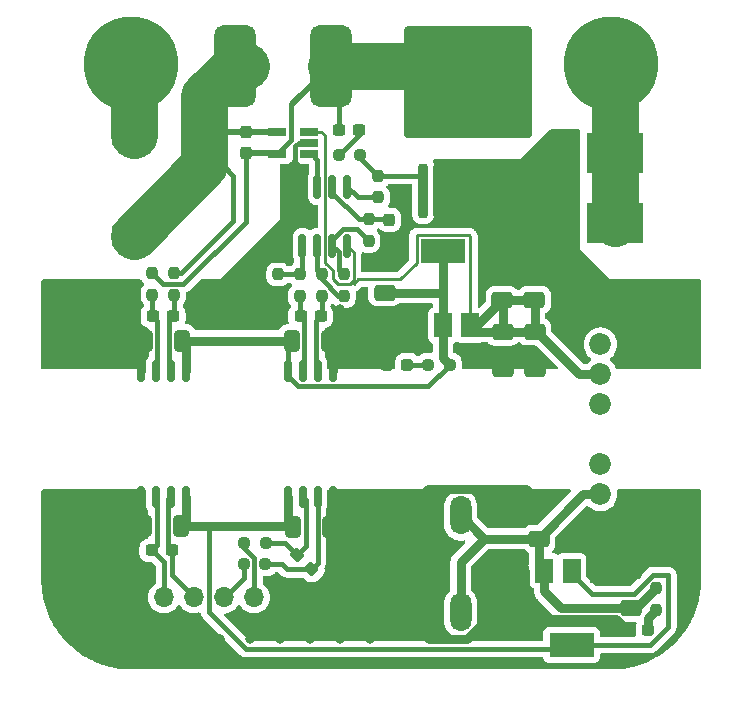
<source format=gbr>
%TF.GenerationSoftware,KiCad,Pcbnew,7.0.5*%
%TF.CreationDate,2025-04-14T03:26:47-04:00*%
%TF.ProjectId,okay_this_one_is_not_work,6f6b6179-5f74-4686-9973-5f6f6e655f69,rev?*%
%TF.SameCoordinates,Original*%
%TF.FileFunction,Copper,L1,Top*%
%TF.FilePolarity,Positive*%
%FSLAX46Y46*%
G04 Gerber Fmt 4.6, Leading zero omitted, Abs format (unit mm)*
G04 Created by KiCad (PCBNEW 7.0.5) date 2025-04-14 03:26:47*
%MOMM*%
%LPD*%
G01*
G04 APERTURE LIST*
G04 Aperture macros list*
%AMRoundRect*
0 Rectangle with rounded corners*
0 $1 Rounding radius*
0 $2 $3 $4 $5 $6 $7 $8 $9 X,Y pos of 4 corners*
0 Add a 4 corners polygon primitive as box body*
4,1,4,$2,$3,$4,$5,$6,$7,$8,$9,$2,$3,0*
0 Add four circle primitives for the rounded corners*
1,1,$1+$1,$2,$3*
1,1,$1+$1,$4,$5*
1,1,$1+$1,$6,$7*
1,1,$1+$1,$8,$9*
0 Add four rect primitives between the rounded corners*
20,1,$1+$1,$2,$3,$4,$5,0*
20,1,$1+$1,$4,$5,$6,$7,0*
20,1,$1+$1,$6,$7,$8,$9,0*
20,1,$1+$1,$8,$9,$2,$3,0*%
G04 Aperture macros list end*
%TA.AperFunction,ComponentPad*%
%ADD10R,1.700000X1.700000*%
%TD*%
%TA.AperFunction,ComponentPad*%
%ADD11O,1.700000X1.700000*%
%TD*%
%TA.AperFunction,SMDPad,CuDef*%
%ADD12R,1.500000X2.000000*%
%TD*%
%TA.AperFunction,SMDPad,CuDef*%
%ADD13R,3.800000X2.000000*%
%TD*%
%TA.AperFunction,SMDPad,CuDef*%
%ADD14RoundRect,0.250000X-0.650000X0.412500X-0.650000X-0.412500X0.650000X-0.412500X0.650000X0.412500X0*%
%TD*%
%TA.AperFunction,ComponentPad*%
%ADD15RoundRect,0.250000X-0.650000X-1.400000X0.650000X-1.400000X0.650000X1.400000X-0.650000X1.400000X0*%
%TD*%
%TA.AperFunction,ComponentPad*%
%ADD16O,1.800000X3.300000*%
%TD*%
%TA.AperFunction,SMDPad,CuDef*%
%ADD17RoundRect,0.250000X0.650000X-0.412500X0.650000X0.412500X-0.650000X0.412500X-0.650000X-0.412500X0*%
%TD*%
%TA.AperFunction,SMDPad,CuDef*%
%ADD18RoundRect,0.237500X-0.237500X0.250000X-0.237500X-0.250000X0.237500X-0.250000X0.237500X0.250000X0*%
%TD*%
%TA.AperFunction,SMDPad,CuDef*%
%ADD19RoundRect,0.237500X-0.287500X-0.237500X0.287500X-0.237500X0.287500X0.237500X-0.287500X0.237500X0*%
%TD*%
%TA.AperFunction,SMDPad,CuDef*%
%ADD20RoundRect,0.150000X0.150000X-0.750000X0.150000X0.750000X-0.150000X0.750000X-0.150000X-0.750000X0*%
%TD*%
%TA.AperFunction,SMDPad,CuDef*%
%ADD21RoundRect,0.250000X2.375000X-2.025000X2.375000X2.025000X-2.375000X2.025000X-2.375000X-2.025000X0*%
%TD*%
%TA.AperFunction,SMDPad,CuDef*%
%ADD22RoundRect,0.250002X5.149998X-4.449998X5.149998X4.449998X-5.149998X4.449998X-5.149998X-4.449998X0*%
%TD*%
%TA.AperFunction,SMDPad,CuDef*%
%ADD23RoundRect,0.200000X0.200000X-2.100000X0.200000X2.100000X-0.200000X2.100000X-0.200000X-2.100000X0*%
%TD*%
%TA.AperFunction,SMDPad,CuDef*%
%ADD24RoundRect,0.150000X-0.150000X0.825000X-0.150000X-0.825000X0.150000X-0.825000X0.150000X0.825000X0*%
%TD*%
%TA.AperFunction,SMDPad,CuDef*%
%ADD25RoundRect,0.150000X-0.150000X0.750000X-0.150000X-0.750000X0.150000X-0.750000X0.150000X0.750000X0*%
%TD*%
%TA.AperFunction,SMDPad,CuDef*%
%ADD26R,1.560000X0.650000*%
%TD*%
%TA.AperFunction,SMDPad,CuDef*%
%ADD27RoundRect,0.237500X0.250000X0.237500X-0.250000X0.237500X-0.250000X-0.237500X0.250000X-0.237500X0*%
%TD*%
%TA.AperFunction,SMDPad,CuDef*%
%ADD28RoundRect,0.237500X-0.250000X-0.237500X0.250000X-0.237500X0.250000X0.237500X-0.250000X0.237500X0*%
%TD*%
%TA.AperFunction,SMDPad,CuDef*%
%ADD29RoundRect,0.237500X0.237500X-0.250000X0.237500X0.250000X-0.237500X0.250000X-0.237500X-0.250000X0*%
%TD*%
%TA.AperFunction,SMDPad,CuDef*%
%ADD30RoundRect,0.875000X-0.875000X-2.625000X0.875000X-2.625000X0.875000X2.625000X-0.875000X2.625000X0*%
%TD*%
%TA.AperFunction,ComponentPad*%
%ADD31C,1.850000*%
%TD*%
%TA.AperFunction,ComponentPad*%
%ADD32R,1.850000X1.850000*%
%TD*%
%TA.AperFunction,SMDPad,CuDef*%
%ADD33RoundRect,0.250000X-1.625000X0.750000X-1.625000X-0.750000X1.625000X-0.750000X1.625000X0.750000X0*%
%TD*%
%TA.AperFunction,SMDPad,CuDef*%
%ADD34R,1.400000X1.390000*%
%TD*%
%TA.AperFunction,SMDPad,CuDef*%
%ADD35R,4.860000X3.360000*%
%TD*%
%TA.AperFunction,SMDPad,CuDef*%
%ADD36RoundRect,0.250000X-0.412500X-0.650000X0.412500X-0.650000X0.412500X0.650000X-0.412500X0.650000X0*%
%TD*%
%TA.AperFunction,SMDPad,CuDef*%
%ADD37RoundRect,0.237500X-0.237500X0.300000X-0.237500X-0.300000X0.237500X-0.300000X0.237500X0.300000X0*%
%TD*%
%TA.AperFunction,SMDPad,CuDef*%
%ADD38RoundRect,0.237500X-0.380070X0.044194X0.044194X-0.380070X0.380070X-0.044194X-0.044194X0.380070X0*%
%TD*%
%TA.AperFunction,SMDPad,CuDef*%
%ADD39RoundRect,0.237500X-0.300000X-0.237500X0.300000X-0.237500X0.300000X0.237500X-0.300000X0.237500X0*%
%TD*%
%TA.AperFunction,SMDPad,CuDef*%
%ADD40RoundRect,0.237500X0.300000X0.237500X-0.300000X0.237500X-0.300000X-0.237500X0.300000X-0.237500X0*%
%TD*%
%TA.AperFunction,SMDPad,CuDef*%
%ADD41RoundRect,0.250000X0.412500X0.650000X-0.412500X0.650000X-0.412500X-0.650000X0.412500X-0.650000X0*%
%TD*%
%TA.AperFunction,ViaPad*%
%ADD42C,0.800000*%
%TD*%
%TA.AperFunction,ViaPad*%
%ADD43C,8.000000*%
%TD*%
%TA.AperFunction,Conductor*%
%ADD44C,4.000000*%
%TD*%
%TA.AperFunction,Conductor*%
%ADD45C,0.400000*%
%TD*%
%TA.AperFunction,Conductor*%
%ADD46C,0.750000*%
%TD*%
%TA.AperFunction,Conductor*%
%ADD47C,0.250000*%
%TD*%
%TA.AperFunction,Conductor*%
%ADD48C,0.500000*%
%TD*%
G04 APERTURE END LIST*
D10*
%TO.P,J1,1,Pin_1*%
%TO.N,GND*%
X25633975Y-68011322D03*
D11*
%TO.P,J1,2,Pin_2*%
X28173975Y-68011322D03*
%TO.P,J1,3,Pin_3*%
%TO.N,/i_tlm_n*%
X30713975Y-68011322D03*
%TO.P,J1,4,Pin_4*%
%TO.N,/i_tlm_p*%
X33253975Y-68011322D03*
%TO.P,J1,5,Pin_5*%
%TO.N,/i_cmd_n*%
X35793975Y-68011322D03*
%TO.P,J1,6,Pin_6*%
%TO.N,/i_cmd_p*%
X38333975Y-68011322D03*
%TD*%
D12*
%TO.P,U7,1,GND*%
%TO.N,GND*%
X67515489Y-65758813D03*
D13*
%TO.P,U7,2,VO*%
%TO.N,+5V*%
X65215489Y-72058813D03*
D12*
X65215489Y-65758813D03*
%TO.P,U7,3,VI*%
%TO.N,+24V*%
X62915489Y-65758813D03*
%TD*%
D14*
%TO.P,C18,1*%
%TO.N,/iso_12v*%
X59384398Y-45530500D03*
%TO.P,C18,2*%
%TO.N,/iso_gnd*%
X59384398Y-48655500D03*
%TD*%
D15*
%TO.P,J2,1,Pin_1*%
%TO.N,GND*%
X50828198Y-61060500D03*
X50828198Y-69260500D03*
D16*
%TO.P,J2,2,Pin_2*%
%TO.N,+24V*%
X55828198Y-61060500D03*
X55828198Y-69260500D03*
%TD*%
D14*
%TO.P,C17,1*%
%TO.N,/iso_12v*%
X62096168Y-45525670D03*
%TO.P,C17,2*%
%TO.N,/iso_gnd*%
X62096168Y-48650670D03*
%TD*%
D17*
%TO.P,C16,1*%
%TO.N,+24V*%
X62447327Y-63036954D03*
%TO.P,C16,2*%
%TO.N,GND*%
X62447327Y-59911954D03*
%TD*%
%TO.P,C15,2*%
%TO.N,/iso_gnd*%
X59333598Y-39713900D03*
%TO.P,C15,1*%
%TO.N,/iso_12v*%
X59333598Y-42838900D03*
%TD*%
D18*
%TO.P,R14,1*%
%TO.N,+24V*%
X72364585Y-67233606D03*
%TO.P,R14,2*%
%TO.N,/24v_on*%
X72364585Y-69058606D03*
%TD*%
D19*
%TO.P,D4,1,K*%
%TO.N,GND*%
X69918661Y-70810843D03*
%TO.P,D4,2,A*%
%TO.N,/24v_on*%
X71668661Y-70810843D03*
%TD*%
D20*
%TO.P,U6,8,V+*%
%TO.N,/iso_5v*%
X41173403Y-48854600D03*
%TO.P,U6,7,+*%
%TO.N,/i_cmd_p_iso_prebuf*%
X42443403Y-48854600D03*
%TO.P,U6,6,-*%
%TO.N,/i_cmd_n_iso_prebuf*%
X43713403Y-48854600D03*
%TO.P,U6,5,V-*%
%TO.N,/iso_gnd*%
X44983403Y-48854600D03*
%TO.P,U6,4,V-*%
%TO.N,GND*%
X44983403Y-59504600D03*
%TO.P,U6,3,-*%
%TO.N,/i_cmd_n_prebuf*%
X43713403Y-59504600D03*
%TO.P,U6,2,+*%
%TO.N,/i_cmd_p_prebuf*%
X42443403Y-59504600D03*
%TO.P,U6,1,V+*%
%TO.N,+5V*%
X41173403Y-59504600D03*
%TD*%
D21*
%TO.P,U5,4*%
%TO.N,/R_SHUNT_LS*%
X59233119Y-26842590D03*
X53683119Y-21992590D03*
X53683119Y-26842590D03*
X59233119Y-21992590D03*
D22*
X56458119Y-24417590D03*
D23*
%TO.P,U5,7*%
%TO.N,/iso_gnd*%
X60268119Y-33567590D03*
%TO.P,U5,6*%
X58998119Y-33567590D03*
%TO.P,U5,5*%
X57728119Y-33567590D03*
%TO.P,U5,3*%
X55188119Y-33567590D03*
%TO.P,U5,2*%
X53918119Y-33567590D03*
%TO.P,U5,1*%
%TO.N,/gate*%
X52648119Y-33567590D03*
%TD*%
D12*
%TO.P,U4,3,VI*%
%TO.N,/iso_12v*%
X56629798Y-44985200D03*
%TO.P,U4,2,VO*%
%TO.N,/iso_5v*%
X54329798Y-44985200D03*
D13*
X54329798Y-38685200D03*
D12*
%TO.P,U4,1,GND*%
%TO.N,/iso_gnd*%
X52029798Y-44985200D03*
%TD*%
D24*
%TO.P,U3,8,V+*%
%TO.N,/iso_12v*%
X46242220Y-38236664D03*
%TO.P,U3,7*%
%TO.N,/i_cmd_buf*%
X44972220Y-38236664D03*
%TO.P,U3,6,-*%
%TO.N,/i_cmd_n_iso*%
X43702220Y-38236664D03*
%TO.P,U3,5,+*%
%TO.N,/i_cmd_p_iso*%
X42432220Y-38236664D03*
%TO.P,U3,4,V-*%
%TO.N,/iso_gnd*%
X42432220Y-33286664D03*
%TO.P,U3,3,+*%
%TO.N,/i_fb*%
X43702220Y-33286664D03*
%TO.P,U3,2,-*%
%TO.N,/i_cmd_single_iso*%
X44972220Y-33286664D03*
%TO.P,U3,1*%
%TO.N,/to_gate*%
X46242220Y-33286664D03*
%TD*%
D25*
%TO.P,U2,8,V+*%
%TO.N,+5V*%
X32536598Y-59530000D03*
%TO.P,U2,7,+*%
%TO.N,/i_tlm_p*%
X31266598Y-59530000D03*
%TO.P,U2,6,-*%
%TO.N,/i_tlm_n*%
X29996598Y-59530000D03*
%TO.P,U2,5,V-*%
%TO.N,GND*%
X28726598Y-59530000D03*
%TO.P,U2,4,V-*%
%TO.N,/iso_gnd*%
X28726598Y-48880000D03*
%TO.P,U2,3,-*%
%TO.N,/R_SHUNT_LS_prebuf*%
X29996598Y-48880000D03*
%TO.P,U2,2,+*%
%TO.N,/R_SHUNT_HS_prebuf*%
X31266598Y-48880000D03*
%TO.P,U2,1,V+*%
%TO.N,/iso_5v*%
X32536598Y-48880000D03*
%TD*%
D26*
%TO.P,U1,5,IN-*%
%TO.N,/R_SHUNT_LS*%
X40302121Y-30477356D03*
%TO.P,U1,4,IN+*%
%TO.N,/R_SHUNT_HS*%
X40302121Y-28577356D03*
%TO.P,U1,3,Vs*%
%TO.N,/iso_12v*%
X43002121Y-28577356D03*
%TO.P,U1,2,GND*%
%TO.N,/iso_gnd*%
X43002121Y-29527356D03*
%TO.P,U1,1,OUT*%
%TO.N,/i_fb*%
X43002121Y-30477356D03*
%TD*%
D27*
%TO.P,R13,1*%
%TO.N,/iso_5v*%
X54912098Y-48312200D03*
%TO.P,R13,2*%
%TO.N,/5v_on*%
X53087098Y-48312200D03*
%TD*%
D28*
%TO.P,R12,1*%
%TO.N,/i_cmd_n*%
X37466098Y-65203200D03*
%TO.P,R12,2*%
%TO.N,/i_cmd_n_prebuf*%
X39291098Y-65203200D03*
%TD*%
%TO.P,R11,1*%
%TO.N,/i_cmd_p*%
X37491498Y-63450600D03*
%TO.P,R11,2*%
%TO.N,/i_cmd_p_prebuf*%
X39316498Y-63450600D03*
%TD*%
D18*
%TO.P,R10,1*%
%TO.N,/i_cmd_single_iso*%
X48036040Y-36010131D03*
%TO.P,R10,2*%
%TO.N,/i_cmd_buf*%
X48036040Y-37835131D03*
%TD*%
%TO.P,R9,1*%
%TO.N,/i_cmd_buf*%
X45947798Y-40668700D03*
%TO.P,R9,2*%
%TO.N,/i_cmd_n_iso*%
X45947798Y-42493700D03*
%TD*%
%TO.P,R8,1*%
%TO.N,/i_cmd_p_iso*%
X40359798Y-40668700D03*
%TO.P,R8,2*%
%TO.N,/iso_gnd*%
X40359798Y-42493700D03*
%TD*%
D29*
%TO.P,R7,1*%
%TO.N,/i_cmd_n_iso_prebuf*%
X44068198Y-42492795D03*
%TO.P,R7,2*%
%TO.N,/i_cmd_n_iso*%
X44068198Y-40667795D03*
%TD*%
%TO.P,R6,1*%
%TO.N,/i_cmd_p_iso_prebuf*%
X42213998Y-42493700D03*
%TO.P,R6,2*%
%TO.N,/i_cmd_p_iso*%
X42213998Y-40668700D03*
%TD*%
D18*
%TO.P,R5,1*%
%TO.N,/R_SHUNT_LS*%
X29717198Y-40567100D03*
%TO.P,R5,2*%
%TO.N,/R_SHUNT_LS_prebuf*%
X29717198Y-42392100D03*
%TD*%
%TO.P,R4,1*%
%TO.N,/R_SHUNT_HS*%
X31596798Y-40567100D03*
%TO.P,R4,2*%
%TO.N,/R_SHUNT_HS_prebuf*%
X31596798Y-42392100D03*
%TD*%
D28*
%TO.P,R3,2*%
%TO.N,/gate*%
X47317498Y-30583000D03*
%TO.P,R3,1*%
%TO.N,/r_c_gate*%
X45492498Y-30583000D03*
%TD*%
D29*
%TO.P,R2,2*%
%TO.N,/gate*%
X48845724Y-32323946D03*
%TO.P,R2,1*%
%TO.N,/to_gate*%
X48845724Y-34148946D03*
%TD*%
D30*
%TO.P,R1,2*%
%TO.N,/R_SHUNT_LS*%
X44814602Y-22998776D03*
%TO.P,R1,1*%
%TO.N,/R_SHUNT_HS*%
X36711711Y-22998776D03*
%TD*%
D31*
%TO.P,PS1,8,-Vout*%
%TO.N,/iso_gnd*%
X67664798Y-44045000D03*
%TO.P,PS1,7,Common*%
%TO.N,unconnected-(PS1-Common-Pad7)*%
X67664798Y-46585000D03*
%TO.P,PS1,6,+Vout*%
%TO.N,/iso_12v*%
X67664798Y-49125000D03*
%TO.P,PS1,5,NC*%
%TO.N,unconnected-(PS1-NC-Pad5)*%
X67664798Y-51665000D03*
%TO.P,PS1,3,OnOff*%
%TO.N,unconnected-(PS1-OnOff-Pad3)*%
X67664798Y-56745000D03*
%TO.P,PS1,2,+Vin*%
%TO.N,+24V*%
X67664798Y-59285000D03*
D32*
%TO.P,PS1,1,-Vin*%
%TO.N,GND*%
X67664798Y-61825000D03*
%TD*%
D33*
%TO.P,F1,2*%
%TO.N,/R_SHUNT_HS*%
X28177556Y-37378628D03*
%TO.P,F1,1*%
%TO.N,/from_dut*%
X28177556Y-28878628D03*
%TD*%
D19*
%TO.P,D3,1,K*%
%TO.N,/iso_gnd*%
X49568598Y-48312200D03*
%TO.P,D3,2,A*%
%TO.N,/5v_on*%
X51318598Y-48312200D03*
%TD*%
D34*
%TO.P,D2,2,A*%
%TO.N,/iso_gnd*%
X64919641Y-29472302D03*
X64919641Y-31312302D03*
D35*
%TO.P,D2,1,K*%
%TO.N,/to_eload*%
X68901641Y-30392302D03*
%TD*%
D34*
%TO.P,D1,2,A*%
%TO.N,/iso_gnd*%
X64919641Y-35434960D03*
X64919641Y-37274960D03*
D35*
%TO.P,D1,1,K*%
%TO.N,/to_eload*%
X68901641Y-36354960D03*
%TD*%
D36*
%TO.P,C14,1*%
%TO.N,+5V*%
X41642098Y-62053600D03*
%TO.P,C14,2*%
%TO.N,GND*%
X44767098Y-62053600D03*
%TD*%
%TO.P,C13,1*%
%TO.N,/iso_5v*%
X41540498Y-46305600D03*
%TO.P,C13,2*%
%TO.N,/iso_gnd*%
X44665498Y-46305600D03*
%TD*%
D37*
%TO.P,C12,1*%
%TO.N,/i_cmd_single_iso*%
X49785515Y-36060131D03*
%TO.P,C12,2*%
%TO.N,/iso_gnd*%
X49785515Y-37785131D03*
%TD*%
D38*
%TO.P,C11,1*%
%TO.N,/i_cmd_p_prebuf*%
X41959718Y-64415520D03*
%TO.P,C11,2*%
%TO.N,/i_cmd_n_prebuf*%
X43179478Y-65635280D03*
%TD*%
D39*
%TO.P,C10,2*%
%TO.N,/i_cmd_n_iso_prebuf*%
X43990898Y-44222800D03*
%TO.P,C10,1*%
%TO.N,/i_cmd_p_iso_prebuf*%
X42265898Y-44222800D03*
%TD*%
D40*
%TO.P,C9,1*%
%TO.N,/i_tlm_p*%
X31392498Y-64034800D03*
%TO.P,C9,2*%
%TO.N,/i_tlm_n*%
X29667498Y-64034800D03*
%TD*%
%TO.P,C8,1*%
%TO.N,/R_SHUNT_HS_prebuf*%
X31494098Y-44222800D03*
%TO.P,C8,2*%
%TO.N,/R_SHUNT_LS_prebuf*%
X29769098Y-44222800D03*
%TD*%
D37*
%TO.P,C7,1*%
%TO.N,/R_SHUNT_HS*%
X37628328Y-28653193D03*
%TO.P,C7,2*%
%TO.N,/R_SHUNT_LS*%
X37628328Y-30378193D03*
%TD*%
D39*
%TO.P,C6,2*%
%TO.N,/r_c_gate*%
X47242098Y-28449400D03*
%TO.P,C6,1*%
%TO.N,/R_SHUNT_LS*%
X45517098Y-28449400D03*
%TD*%
D14*
%TO.P,C5,2*%
%TO.N,/iso_gnd*%
X49402198Y-45328100D03*
%TO.P,C5,1*%
%TO.N,/iso_5v*%
X49402198Y-42203100D03*
%TD*%
D17*
%TO.P,C4,1*%
%TO.N,/iso_12v*%
X62061018Y-42842874D03*
%TO.P,C4,2*%
%TO.N,/iso_gnd*%
X62061018Y-39717874D03*
%TD*%
%TO.P,C3,1*%
%TO.N,+24V*%
X70248512Y-68908813D03*
%TO.P,C3,2*%
%TO.N,GND*%
X70248512Y-65783813D03*
%TD*%
D41*
%TO.P,C2,1*%
%TO.N,+5V*%
X32143298Y-62002800D03*
%TO.P,C2,2*%
%TO.N,GND*%
X29018298Y-62002800D03*
%TD*%
%TO.P,C1,1*%
%TO.N,/iso_5v*%
X32194098Y-46280200D03*
%TO.P,C1,2*%
%TO.N,/iso_gnd*%
X29069098Y-46280200D03*
%TD*%
D42*
%TO.N,/iso_gnd*%
X60730598Y-47194600D03*
X56844398Y-47397800D03*
X48157598Y-39574600D03*
X49757798Y-39574600D03*
X48157598Y-46178600D03*
X45617598Y-46178600D03*
X45617598Y-43638600D03*
X55777598Y-36018600D03*
X63397598Y-41098600D03*
X63397598Y-38558600D03*
X60857598Y-41098600D03*
X58317598Y-41098600D03*
X50697598Y-33478600D03*
X50697598Y-38558600D03*
X58317598Y-38558600D03*
X58317598Y-36018600D03*
X60857598Y-38558600D03*
X60857598Y-36018600D03*
X63397598Y-30938600D03*
X63397598Y-36018600D03*
X63397598Y-33478600D03*
X71017598Y-46178600D03*
X73557598Y-46178600D03*
X73557598Y-43638600D03*
X71017598Y-43638600D03*
X40537598Y-38558600D03*
X37997598Y-41098600D03*
X37997598Y-43638600D03*
X35457598Y-43638600D03*
X22757598Y-46178600D03*
X25297598Y-46178600D03*
X25297598Y-43638600D03*
X22757598Y-43638600D03*
%TO.N,GND*%
X60857598Y-69038600D03*
X58317598Y-69038600D03*
X60857598Y-66498600D03*
X58317598Y-66498600D03*
X53237598Y-71578600D03*
X53237598Y-69038600D03*
X45617598Y-66498600D03*
X48157598Y-71578600D03*
X48157598Y-69038600D03*
X53237598Y-66498600D03*
X53237598Y-63958600D03*
X50697598Y-66498600D03*
X48157598Y-66498600D03*
X50697598Y-63958600D03*
X48157598Y-63958600D03*
X45617598Y-69038600D03*
X43077598Y-69038600D03*
X45617598Y-71578600D03*
X43077598Y-71578600D03*
X40537598Y-71578600D03*
X37997598Y-71578600D03*
X35457598Y-71578600D03*
X32917598Y-71578600D03*
X30377598Y-71578600D03*
X27837598Y-71578600D03*
X22757598Y-63958600D03*
X25297598Y-63958600D03*
X25297598Y-61418600D03*
X22757598Y-61418600D03*
X71017598Y-63958600D03*
X71017598Y-61418600D03*
X73557598Y-63958600D03*
X73557598Y-61418600D03*
D43*
%TO.N,/to_eload*%
X68580000Y-22860000D03*
%TO.N,/from_dut*%
X27940000Y-22860000D03*
%TD*%
D44*
%TO.N,/from_dut*%
X28177556Y-23097556D02*
X27940000Y-22860000D01*
X28177556Y-28878628D02*
X28177556Y-23097556D01*
%TO.N,/R_SHUNT_HS*%
X36711711Y-22998776D02*
X37677774Y-22998776D01*
D45*
%TO.N,+5V*%
X65215489Y-66008813D02*
X65215489Y-65758813D01*
X66949876Y-67743200D02*
X65215489Y-66008813D01*
X72079343Y-66129787D02*
X70465930Y-67743200D01*
X73405198Y-66129787D02*
X72079343Y-66129787D01*
X70465930Y-67743200D02*
X66949876Y-67743200D01*
X73405198Y-70500867D02*
X73405198Y-66129787D01*
X71847252Y-72058813D02*
X73405198Y-70500867D01*
X65215489Y-72058813D02*
X71847252Y-72058813D01*
D46*
%TO.N,/iso_5v*%
X54329798Y-42240800D02*
X54292098Y-42203100D01*
X54329798Y-44985200D02*
X54329798Y-42240800D01*
D47*
%TO.N,/iso_12v*%
X56554798Y-37360200D02*
X56629798Y-37435200D01*
X52104798Y-39691400D02*
X52104798Y-37360200D01*
X52104798Y-37360200D02*
X56554798Y-37360200D01*
X56629798Y-37435200D02*
X56629798Y-44985200D01*
X50697598Y-41098600D02*
X52104798Y-39691400D01*
X46785998Y-41462573D02*
X47149971Y-41098600D01*
X47149971Y-41098600D02*
X50697598Y-41098600D01*
X46785998Y-41113495D02*
X46785998Y-41462573D01*
D46*
%TO.N,/iso_gnd*%
X44792498Y-46178600D02*
X44665498Y-46305600D01*
X45617598Y-46178600D02*
X44792498Y-46178600D01*
X45617598Y-45353500D02*
X45617598Y-46178600D01*
X45642998Y-45328100D02*
X45617598Y-45353500D01*
X49402198Y-45328100D02*
X45642998Y-45328100D01*
D47*
%TO.N,/iso_12v*%
X46785998Y-38780442D02*
X46242220Y-38236664D01*
X46785998Y-41113495D02*
X46785998Y-38780442D01*
X46418293Y-41481200D02*
X46785998Y-41113495D01*
X44347220Y-39663822D02*
X45017220Y-40333822D01*
X45017220Y-40333822D02*
X45017220Y-41021117D01*
X44347220Y-34328415D02*
X44347220Y-39663822D01*
X44032121Y-28577356D02*
X44327220Y-28872455D01*
X44327220Y-34308415D02*
X44347220Y-34328415D01*
X45017220Y-41021117D02*
X45477303Y-41481200D01*
X43002121Y-28577356D02*
X44032121Y-28577356D01*
X44327220Y-28872455D02*
X44327220Y-34308415D01*
X45477303Y-41481200D02*
X46418293Y-41481200D01*
D45*
%TO.N,/i_cmd_n_iso*%
X45463298Y-42493700D02*
X45947798Y-42493700D01*
X44068198Y-40667795D02*
X44068198Y-41098600D01*
X44068198Y-41098600D02*
X45463298Y-42493700D01*
%TO.N,/i_cmd_buf*%
X45542220Y-40263122D02*
X45947798Y-40668700D01*
X44972220Y-38236664D02*
X45542220Y-38806664D01*
X45542220Y-38806664D02*
X45542220Y-40263122D01*
D46*
%TO.N,/iso_gnd*%
X63636001Y-38558600D02*
X64919641Y-37274960D01*
X63397598Y-38558600D02*
X63636001Y-38558600D01*
X63397598Y-38797003D02*
X63397598Y-38558600D01*
D45*
%TO.N,/iso_5v*%
X41173403Y-49262417D02*
X42065586Y-50154600D01*
X42065586Y-50154600D02*
X53069698Y-50154600D01*
X53069698Y-50154600D02*
X54912098Y-48312200D01*
X41173403Y-48854600D02*
X41173403Y-49262417D01*
D46*
X54329798Y-47729900D02*
X54912098Y-48312200D01*
X54329798Y-44985200D02*
X54329798Y-47729900D01*
D45*
%TO.N,+5V*%
X37666227Y-72378600D02*
X34522398Y-69234771D01*
X34522398Y-69234771D02*
X34522398Y-62002800D01*
X34522398Y-62002800D02*
X35457598Y-62002800D01*
X65215489Y-72058813D02*
X64895702Y-72378600D01*
X64895702Y-72378600D02*
X37666227Y-72378600D01*
D46*
X35457598Y-62002800D02*
X41591298Y-62002800D01*
X32143298Y-62002800D02*
X35457598Y-62002800D01*
%TO.N,GND*%
X53237598Y-71578600D02*
X53146298Y-71578600D01*
X50828198Y-66368000D02*
X50828198Y-64089200D01*
X50697598Y-66498600D02*
X50828198Y-66368000D01*
X50828198Y-66629200D02*
X50697598Y-66498600D01*
X50828198Y-63828000D02*
X50828198Y-61060500D01*
X50697598Y-63958600D02*
X50828198Y-63828000D01*
X50828198Y-64089200D02*
X50697598Y-63958600D01*
X45760198Y-61060500D02*
X44767098Y-62053600D01*
X50828198Y-61060500D02*
X45760198Y-61060500D01*
%TO.N,+24V*%
X70689378Y-68908813D02*
X72364585Y-67233606D01*
X70248512Y-68908813D02*
X70689378Y-68908813D01*
%TO.N,/24v_on*%
X71668661Y-69754530D02*
X72364585Y-69058606D01*
X71668661Y-70810843D02*
X71668661Y-69754530D01*
%TO.N,GND*%
X61370873Y-58835500D02*
X62447327Y-59911954D01*
X53053198Y-58835500D02*
X61370873Y-58835500D01*
X50828198Y-61060500D02*
X53053198Y-58835500D01*
X50828198Y-69260500D02*
X50828198Y-66629200D01*
X53146298Y-71578600D02*
X50828198Y-69260500D01*
X56346063Y-71578600D02*
X53237598Y-71578600D01*
X68966631Y-69858813D02*
X58065850Y-69858813D01*
X58065850Y-69858813D02*
X56346063Y-71578600D01*
X69918661Y-70810843D02*
X68966631Y-69858813D01*
X70223512Y-65758813D02*
X70248512Y-65783813D01*
X67515489Y-65758813D02*
X70223512Y-65758813D01*
X67664798Y-65609504D02*
X67515489Y-65758813D01*
X67664798Y-61825000D02*
X67664798Y-65609504D01*
%TO.N,+24V*%
X64315489Y-68908813D02*
X70248512Y-68908813D01*
X62915489Y-65758813D02*
X62915489Y-67508813D01*
X62915489Y-67508813D02*
X64315489Y-68908813D01*
X62447327Y-65290651D02*
X62915489Y-65758813D01*
X62447327Y-63036954D02*
X62447327Y-65290651D01*
X66199281Y-59285000D02*
X67664798Y-59285000D01*
X62447327Y-63036954D02*
X66199281Y-59285000D01*
X55828198Y-65013408D02*
X57804652Y-63036954D01*
X55828198Y-69260500D02*
X55828198Y-65013408D01*
X57804652Y-63036954D02*
X55828198Y-61060500D01*
X62447327Y-63036954D02*
X57804652Y-63036954D01*
%TO.N,+5V*%
X41591298Y-62002800D02*
X41642098Y-62053600D01*
%TO.N,/iso_5v*%
X41515098Y-46280200D02*
X41540498Y-46305600D01*
X32194098Y-46280200D02*
X41515098Y-46280200D01*
X49402198Y-42203100D02*
X54292098Y-42203100D01*
X54329798Y-42165400D02*
X54329798Y-38685200D01*
X54292098Y-42203100D02*
X54329798Y-42165400D01*
%TO.N,/iso_gnd*%
X49402198Y-48145800D02*
X49568598Y-48312200D01*
X49402198Y-45328100D02*
X49402198Y-48145800D01*
X59333598Y-33903069D02*
X58998119Y-33567590D01*
X59333598Y-39713900D02*
X59333598Y-33903069D01*
X62061018Y-39717874D02*
X63337672Y-39717874D01*
X63337672Y-39717874D02*
X67664798Y-44045000D01*
X62476727Y-39717874D02*
X63397598Y-38797003D01*
X62061018Y-39717874D02*
X62476727Y-39717874D01*
X62057044Y-39713900D02*
X62061018Y-39717874D01*
X59333598Y-39713900D02*
X62057044Y-39713900D01*
X51686898Y-45328100D02*
X52029798Y-44985200D01*
X49402198Y-45328100D02*
X51686898Y-45328100D01*
X53918119Y-33567590D02*
X53918119Y-35769879D01*
%TO.N,/iso_12v*%
X57187298Y-44985200D02*
X59333598Y-42838900D01*
X56629798Y-44985200D02*
X57187298Y-44985200D01*
X59384398Y-42889700D02*
X59333598Y-42838900D01*
X59384398Y-45530500D02*
X59384398Y-42889700D01*
X59337572Y-42842874D02*
X59333598Y-42838900D01*
X62061018Y-42842874D02*
X59337572Y-42842874D01*
X62096168Y-45525670D02*
X62096168Y-42878024D01*
X62096168Y-42878024D02*
X62061018Y-42842874D01*
X57175098Y-45530500D02*
X56629798Y-44985200D01*
X59384398Y-45530500D02*
X57175098Y-45530500D01*
X62292298Y-45530500D02*
X59384398Y-45530500D01*
X65886798Y-49125000D02*
X62292298Y-45530500D01*
X67664798Y-49125000D02*
X65886798Y-49125000D01*
D45*
%TO.N,/5v_on*%
X51318598Y-48312200D02*
X53087098Y-48312200D01*
D46*
%TO.N,GND*%
X28726598Y-61711100D02*
X29018298Y-62002800D01*
X28726598Y-59530000D02*
X28726598Y-61711100D01*
%TO.N,+5V*%
X32536598Y-59530000D02*
X32536598Y-61609500D01*
X32536598Y-61609500D02*
X32143298Y-62002800D01*
%TO.N,/iso_gnd*%
X28726598Y-46622700D02*
X29069098Y-46280200D01*
X28726598Y-48880000D02*
X28726598Y-46622700D01*
%TO.N,/iso_5v*%
X32536598Y-46622700D02*
X32194098Y-46280200D01*
X32536598Y-48880000D02*
X32536598Y-46622700D01*
%TO.N,/iso_gnd*%
X44983403Y-46623505D02*
X44665498Y-46305600D01*
X44983403Y-48854600D02*
X44983403Y-46623505D01*
%TO.N,/iso_5v*%
X41173403Y-46672695D02*
X41540498Y-46305600D01*
D45*
X41173403Y-48854600D02*
X41173403Y-46672695D01*
D46*
%TO.N,GND*%
X44983403Y-61837295D02*
X44767098Y-62053600D01*
X44983403Y-59504600D02*
X44983403Y-61837295D01*
%TO.N,+5V*%
X41173403Y-61584905D02*
X41642098Y-62053600D01*
X41173403Y-59504600D02*
X41173403Y-61584905D01*
D45*
%TO.N,/iso_gnd*%
X41822121Y-31130923D02*
X41822121Y-29810884D01*
X41822121Y-29810884D02*
X42105649Y-29527356D01*
X42432220Y-31741022D02*
X41822121Y-31130923D01*
X42432220Y-33286664D02*
X42432220Y-31741022D01*
X42105649Y-29527356D02*
X43002121Y-29527356D01*
%TO.N,/R_SHUNT_HS*%
X35674384Y-31434786D02*
X34121398Y-31434786D01*
X36575198Y-36171000D02*
X36575198Y-32335600D01*
X32179098Y-40567100D02*
X36575198Y-36171000D01*
X36575198Y-32335600D02*
X35674384Y-31434786D01*
X31596798Y-40567100D02*
X32179098Y-40567100D01*
%TO.N,/R_SHUNT_LS*%
X32359198Y-41504600D02*
X37628328Y-36235470D01*
X30654698Y-41504600D02*
X32359198Y-41504600D01*
X37628328Y-36235470D02*
X37628328Y-30378193D01*
X29717198Y-40567100D02*
X30654698Y-41504600D01*
%TO.N,/i_tlm_p*%
X31392498Y-66116500D02*
X33232398Y-67956400D01*
X31392498Y-64034800D02*
X31392498Y-66116500D01*
X33232398Y-67956400D02*
X33232398Y-68098800D01*
%TO.N,/i_tlm_n*%
X30692398Y-65059700D02*
X30692398Y-68098800D01*
X29667498Y-64034800D02*
X30692398Y-65059700D01*
%TO.N,/i_cmd_n*%
X37466098Y-66405100D02*
X35772398Y-68098800D01*
X37466098Y-65203200D02*
X37466098Y-66405100D01*
%TO.N,/i_cmd_p*%
X38353598Y-68057600D02*
X38312398Y-68098800D01*
X38353598Y-64701639D02*
X38353598Y-68057600D01*
X37491498Y-63450600D02*
X37491498Y-63839539D01*
X37491498Y-63839539D02*
X38353598Y-64701639D01*
%TO.N,/i_cmd_n_prebuf*%
X41122078Y-65635280D02*
X43179478Y-65635280D01*
X39291098Y-65203200D02*
X40689998Y-65203200D01*
X40689998Y-65203200D02*
X41122078Y-65635280D01*
%TO.N,/i_cmd_p_prebuf*%
X40994798Y-63450600D02*
X41959718Y-64415520D01*
X39316498Y-63450600D02*
X40994798Y-63450600D01*
%TO.N,/i_cmd_n_prebuf*%
X43704598Y-65110160D02*
X43179478Y-65635280D01*
X43713403Y-59504600D02*
X43704598Y-59513405D01*
X43704598Y-59513405D02*
X43704598Y-65110160D01*
%TO.N,/i_cmd_p_prebuf*%
X42704598Y-63670640D02*
X41959718Y-64415520D01*
X42704598Y-59765795D02*
X42704598Y-63670640D01*
X42443403Y-59504600D02*
X42704598Y-59765795D01*
%TO.N,/i_tlm_p*%
X31080798Y-59715800D02*
X31080798Y-63723100D01*
X31080798Y-63723100D02*
X31392498Y-64034800D01*
X31266598Y-59530000D02*
X31080798Y-59715800D01*
%TO.N,/i_tlm_n*%
X30080798Y-63621500D02*
X29667498Y-64034800D01*
X30080798Y-59614200D02*
X30080798Y-63621500D01*
X29996598Y-59530000D02*
X30080798Y-59614200D01*
%TO.N,/R_SHUNT_LS_prebuf*%
X29717198Y-44170900D02*
X29769098Y-44222800D01*
X29717198Y-42392100D02*
X29717198Y-44170900D01*
%TO.N,/R_SHUNT_HS_prebuf*%
X31596798Y-42392100D02*
X31596798Y-44120100D01*
X31596798Y-44120100D02*
X31494098Y-44222800D01*
X31131598Y-48745000D02*
X31131598Y-44585300D01*
X31131598Y-44585300D02*
X31494098Y-44222800D01*
X31266598Y-48880000D02*
X31131598Y-48745000D01*
%TO.N,/R_SHUNT_LS_prebuf*%
X30131598Y-44585300D02*
X29769098Y-44222800D01*
X30131598Y-48745000D02*
X30131598Y-44585300D01*
X29996598Y-48880000D02*
X30131598Y-48745000D01*
%TO.N,/i_cmd_p_iso*%
X40359798Y-40668700D02*
X42213998Y-40668700D01*
%TO.N,/i_cmd_n_iso_prebuf*%
X43602998Y-48744195D02*
X43602998Y-44610700D01*
X43713403Y-48854600D02*
X43602998Y-48744195D01*
X43602998Y-44610700D02*
X43990898Y-44222800D01*
%TO.N,/i_cmd_p_iso_prebuf*%
X42602998Y-44559900D02*
X42265898Y-44222800D01*
X42602998Y-48695005D02*
X42602998Y-44559900D01*
X42443403Y-48854600D02*
X42602998Y-48695005D01*
%TO.N,/i_cmd_n_iso_prebuf*%
X44068198Y-44145500D02*
X43990898Y-44222800D01*
X44068198Y-42492795D02*
X44068198Y-44145500D01*
%TO.N,/i_cmd_p_iso_prebuf*%
X42213998Y-44170900D02*
X42265898Y-44222800D01*
X42213998Y-42493700D02*
X42213998Y-44170900D01*
%TO.N,/i_cmd_n_iso*%
X43702220Y-40301817D02*
X44068198Y-40667795D01*
X43702220Y-38236664D02*
X43702220Y-40301817D01*
%TO.N,/i_cmd_p_iso*%
X42432220Y-40450478D02*
X42213998Y-40668700D01*
X42432220Y-38236664D02*
X42432220Y-40450478D01*
%TO.N,/i_cmd_buf*%
X44972220Y-37753847D02*
X44972220Y-38236664D01*
X45864403Y-36861664D02*
X44972220Y-37753847D01*
X47062573Y-36861664D02*
X45864403Y-36861664D01*
X48036040Y-37835131D02*
X47062573Y-36861664D01*
%TO.N,/i_cmd_single_iso*%
X49735515Y-36010131D02*
X49785515Y-36060131D01*
X48036040Y-36010131D02*
X49735515Y-36010131D01*
X47212870Y-36010131D02*
X48036040Y-36010131D01*
X44972220Y-33769481D02*
X47212870Y-36010131D01*
X44972220Y-33286664D02*
X44972220Y-33769481D01*
%TO.N,/to_gate*%
X47104502Y-34148946D02*
X46242220Y-33286664D01*
X48845724Y-34148946D02*
X47104502Y-34148946D01*
%TO.N,/gate*%
X52588852Y-32323946D02*
X52627998Y-32284800D01*
X48845724Y-32323946D02*
X52588852Y-32323946D01*
X47317498Y-30795720D02*
X48845724Y-32323946D01*
X47317498Y-30583000D02*
X47317498Y-30795720D01*
%TO.N,/r_c_gate*%
X47242098Y-28833400D02*
X45492498Y-30583000D01*
X47242098Y-28449400D02*
X47242098Y-28833400D01*
%TO.N,/R_SHUNT_LS*%
X45517098Y-23701272D02*
X44814602Y-22998776D01*
X45517098Y-28449400D02*
X45517098Y-23701272D01*
%TO.N,/i_fb*%
X43702220Y-30979022D02*
X43200554Y-30477356D01*
X43200554Y-30477356D02*
X43002121Y-30477356D01*
X43702220Y-33286664D02*
X43702220Y-30979022D01*
%TO.N,/R_SHUNT_LS*%
X41482121Y-29302356D02*
X41482121Y-26331257D01*
X41477121Y-29302356D02*
X41482121Y-29302356D01*
X41482121Y-26331257D02*
X41532121Y-26281257D01*
X40302121Y-30477356D02*
X41477121Y-29302356D01*
D48*
X41532121Y-26281257D02*
X44814602Y-22998776D01*
X40202958Y-30378193D02*
X40302121Y-30477356D01*
X37628328Y-30378193D02*
X40202958Y-30378193D01*
%TO.N,/R_SHUNT_HS*%
X34300154Y-28577356D02*
X34121398Y-28398600D01*
D44*
X34121398Y-28398600D02*
X34121398Y-25589089D01*
X34121398Y-31434786D02*
X34121398Y-28398600D01*
D48*
X40302121Y-28577356D02*
X34300154Y-28577356D01*
D44*
%TO.N,/to_eload*%
X68901641Y-23181641D02*
X68580000Y-22860000D01*
X68901641Y-36354960D02*
X68901641Y-23181641D01*
%TO.N,/R_SHUNT_HS*%
X28177556Y-37378628D02*
X34121398Y-31434786D01*
%TO.N,/R_SHUNT_LS*%
X55039305Y-22998776D02*
X56458119Y-24417590D01*
X44814602Y-22998776D02*
X55039305Y-22998776D01*
%TO.N,/R_SHUNT_HS*%
X34121398Y-25589089D02*
X36711711Y-22998776D01*
%TO.N,/from_dut*%
X28380897Y-23300897D02*
X27940000Y-22860000D01*
%TD*%
%TA.AperFunction,Conductor*%
%TO.N,/iso_gnd*%
G36*
X65880637Y-28418285D02*
G01*
X65926392Y-28471089D01*
X65937598Y-28522599D01*
X65937598Y-30938600D01*
X60857598Y-30938600D01*
X63361278Y-28434919D01*
X63422602Y-28401434D01*
X63448960Y-28398600D01*
X65813598Y-28398600D01*
X65880637Y-28418285D01*
G37*
%TD.AperFunction*%
%TD*%
%TA.AperFunction,Conductor*%
%TO.N,GND*%
G36*
X29139137Y-58898285D02*
G01*
X29184892Y-58951089D01*
X29196098Y-59002600D01*
X29196098Y-60345701D01*
X29198999Y-60382567D01*
X29199000Y-60382573D01*
X29244852Y-60540393D01*
X29244853Y-60540396D01*
X29244854Y-60540398D01*
X29328517Y-60681865D01*
X29328521Y-60681869D01*
X29343977Y-60697325D01*
X29377464Y-60758647D01*
X29380298Y-60785008D01*
X29380298Y-62940991D01*
X29360613Y-63008030D01*
X29307809Y-63053785D01*
X29268900Y-63064349D01*
X29217245Y-63069626D01*
X29053482Y-63123892D01*
X29053479Y-63123893D01*
X28906646Y-63214461D01*
X28784659Y-63336448D01*
X28694091Y-63483281D01*
X28694089Y-63483284D01*
X28694090Y-63483284D01*
X28639824Y-63647047D01*
X28639824Y-63647048D01*
X28639823Y-63647048D01*
X28629498Y-63748115D01*
X28629498Y-64321469D01*
X28629499Y-64321487D01*
X28639823Y-64422552D01*
X28670949Y-64516482D01*
X28694090Y-64586316D01*
X28784658Y-64733150D01*
X28906648Y-64855140D01*
X29053482Y-64945708D01*
X29217245Y-64999974D01*
X29318321Y-65010300D01*
X29600978Y-65010299D01*
X29668017Y-65029983D01*
X29688659Y-65046618D01*
X29955579Y-65313537D01*
X29989064Y-65374860D01*
X29991898Y-65401218D01*
X29991898Y-66803718D01*
X29972213Y-66870757D01*
X29939023Y-66905292D01*
X29842570Y-66972830D01*
X29675480Y-67139919D01*
X29539940Y-67333491D01*
X29539939Y-67333493D01*
X29440073Y-67547657D01*
X29440069Y-67547666D01*
X29378913Y-67775908D01*
X29378911Y-67775918D01*
X29358316Y-68011321D01*
X29358316Y-68011322D01*
X29378911Y-68246725D01*
X29378913Y-68246735D01*
X29440069Y-68474977D01*
X29440071Y-68474981D01*
X29440072Y-68474985D01*
X29519979Y-68646345D01*
X29539940Y-68689152D01*
X29539942Y-68689156D01*
X29648256Y-68843843D01*
X29675480Y-68882723D01*
X29842574Y-69049817D01*
X29913964Y-69099805D01*
X30036140Y-69185354D01*
X30036142Y-69185355D01*
X30036145Y-69185357D01*
X30250312Y-69285225D01*
X30250318Y-69285226D01*
X30250319Y-69285227D01*
X30289939Y-69295843D01*
X30478567Y-69346385D01*
X30666893Y-69362861D01*
X30713974Y-69366981D01*
X30713975Y-69366981D01*
X30713976Y-69366981D01*
X30753209Y-69363548D01*
X30949383Y-69346385D01*
X31177638Y-69285225D01*
X31391805Y-69185357D01*
X31585376Y-69049817D01*
X31752470Y-68882723D01*
X31882399Y-68697164D01*
X31936977Y-68653539D01*
X32006475Y-68646345D01*
X32068830Y-68677868D01*
X32085550Y-68697164D01*
X32215475Y-68882717D01*
X32215480Y-68882723D01*
X32382574Y-69049817D01*
X32453964Y-69099805D01*
X32576140Y-69185354D01*
X32576142Y-69185355D01*
X32576145Y-69185357D01*
X32790312Y-69285225D01*
X32790318Y-69285226D01*
X32790319Y-69285227D01*
X32829939Y-69295843D01*
X33018567Y-69346385D01*
X33206893Y-69362861D01*
X33253974Y-69366981D01*
X33253975Y-69366981D01*
X33253976Y-69366981D01*
X33293209Y-69363548D01*
X33489383Y-69346385D01*
X33681593Y-69294883D01*
X33751440Y-69296546D01*
X33809303Y-69335708D01*
X33835352Y-69396384D01*
X33835462Y-69396357D01*
X33835625Y-69397020D01*
X33836779Y-69399707D01*
X33837256Y-69403634D01*
X33837258Y-69403645D01*
X33840849Y-69413114D01*
X33846872Y-69434717D01*
X33848702Y-69444701D01*
X33874157Y-69501261D01*
X33875587Y-69504712D01*
X33897580Y-69562701D01*
X33897581Y-69562702D01*
X33903334Y-69571037D01*
X33914359Y-69590584D01*
X33918518Y-69599826D01*
X33918522Y-69599831D01*
X33956769Y-69648649D01*
X33958989Y-69651667D01*
X33994210Y-69702695D01*
X33994214Y-69702699D01*
X33994215Y-69702700D01*
X34040648Y-69743835D01*
X34043339Y-69746369D01*
X37154619Y-72857648D01*
X37157155Y-72860342D01*
X37198298Y-72906783D01*
X37245858Y-72939611D01*
X37249342Y-72942016D01*
X37252347Y-72944226D01*
X37301171Y-72982478D01*
X37301173Y-72982479D01*
X37301176Y-72982481D01*
X37310404Y-72986634D01*
X37329958Y-72997662D01*
X37338293Y-73003416D01*
X37338295Y-73003416D01*
X37338297Y-73003418D01*
X37396306Y-73025417D01*
X37399703Y-73026824D01*
X37446997Y-73048109D01*
X37456291Y-73052293D01*
X37456292Y-73052293D01*
X37456296Y-73052295D01*
X37466261Y-73054121D01*
X37487883Y-73060148D01*
X37491004Y-73061331D01*
X37497355Y-73063740D01*
X37542478Y-73069218D01*
X37558901Y-73071213D01*
X37562598Y-73071775D01*
X37623621Y-73082958D01*
X37678979Y-73079609D01*
X37685530Y-73079213D01*
X37689275Y-73079100D01*
X62702781Y-73079100D01*
X62769820Y-73098785D01*
X62815575Y-73151589D01*
X62818963Y-73159767D01*
X62871691Y-73301141D01*
X62871695Y-73301148D01*
X62957941Y-73416357D01*
X62957944Y-73416360D01*
X63073153Y-73502606D01*
X63073160Y-73502610D01*
X63208006Y-73552904D01*
X63208005Y-73552904D01*
X63214933Y-73553648D01*
X63267616Y-73559313D01*
X67163361Y-73559312D01*
X67222972Y-73552904D01*
X67357820Y-73502609D01*
X67473035Y-73416359D01*
X67559285Y-73301144D01*
X67609580Y-73166296D01*
X67615989Y-73106686D01*
X67615989Y-72883313D01*
X67635674Y-72816274D01*
X67688478Y-72770519D01*
X67739989Y-72759313D01*
X71824204Y-72759313D01*
X71827949Y-72759426D01*
X71835294Y-72759870D01*
X71889858Y-72763171D01*
X71927566Y-72756260D01*
X71950873Y-72751990D01*
X71954577Y-72751426D01*
X71972422Y-72749259D01*
X72016124Y-72743953D01*
X72025587Y-72740363D01*
X72047213Y-72734335D01*
X72048145Y-72734164D01*
X72057184Y-72732508D01*
X72113764Y-72707042D01*
X72117194Y-72705622D01*
X72175182Y-72683631D01*
X72183518Y-72677875D01*
X72203073Y-72666847D01*
X72212309Y-72662691D01*
X72261148Y-72624426D01*
X72264128Y-72622234D01*
X72315181Y-72586996D01*
X72356317Y-72540561D01*
X72358851Y-72537869D01*
X73884254Y-71012466D01*
X73886946Y-71009932D01*
X73933381Y-70968796D01*
X73968625Y-70917733D01*
X73970815Y-70914757D01*
X74009075Y-70865924D01*
X74013227Y-70856695D01*
X74024260Y-70837135D01*
X74024617Y-70836617D01*
X74030016Y-70828797D01*
X74052010Y-70770800D01*
X74053429Y-70767372D01*
X74078892Y-70710799D01*
X74080718Y-70700832D01*
X74086746Y-70679207D01*
X74090338Y-70669739D01*
X74096982Y-70615017D01*
X74097813Y-70608176D01*
X74098377Y-70604472D01*
X74102654Y-70581125D01*
X74109555Y-70543473D01*
X74105811Y-70481574D01*
X74105698Y-70477830D01*
X74105698Y-66044730D01*
X74096381Y-66006934D01*
X74095030Y-65999560D01*
X74090338Y-65960917D01*
X74090338Y-65960915D01*
X74076527Y-65924499D01*
X74074308Y-65917377D01*
X74064988Y-65879562D01*
X74046885Y-65845070D01*
X74043825Y-65838271D01*
X74030016Y-65801857D01*
X74007892Y-65769805D01*
X74004021Y-65763401D01*
X73985934Y-65728938D01*
X73985930Y-65728932D01*
X73971348Y-65712472D01*
X73960114Y-65699792D01*
X73955497Y-65693898D01*
X73933383Y-65661860D01*
X73931770Y-65660431D01*
X73904235Y-65636037D01*
X73898941Y-65630742D01*
X73873131Y-65601608D01*
X73873128Y-65601606D01*
X73873127Y-65601604D01*
X73873123Y-65601601D01*
X73841080Y-65579482D01*
X73835184Y-65574862D01*
X73806049Y-65549052D01*
X73806046Y-65549050D01*
X73771585Y-65530964D01*
X73765172Y-65527087D01*
X73733131Y-65504970D01*
X73733129Y-65504969D01*
X73696722Y-65491161D01*
X73689891Y-65488086D01*
X73655424Y-65469997D01*
X73655419Y-65469996D01*
X73639138Y-65465983D01*
X73617622Y-65460679D01*
X73610474Y-65458452D01*
X73574074Y-65444648D01*
X73574067Y-65444646D01*
X73535421Y-65439953D01*
X73528053Y-65438603D01*
X73490256Y-65429287D01*
X73490254Y-65429287D01*
X73447570Y-65429287D01*
X72102391Y-65429287D01*
X72098646Y-65429174D01*
X72036739Y-65425429D01*
X72036732Y-65425429D01*
X71975729Y-65436608D01*
X71972028Y-65437171D01*
X71910471Y-65444646D01*
X71910464Y-65444648D01*
X71900990Y-65448241D01*
X71879392Y-65454262D01*
X71869412Y-65456091D01*
X71812862Y-65481542D01*
X71809403Y-65482975D01*
X71751414Y-65504968D01*
X71751406Y-65504972D01*
X71743064Y-65510730D01*
X71723532Y-65521747D01*
X71714289Y-65525907D01*
X71665478Y-65564147D01*
X71662463Y-65566366D01*
X71611415Y-65601603D01*
X71611408Y-65601609D01*
X71570278Y-65648035D01*
X71567711Y-65650761D01*
X70212092Y-67006381D01*
X70150769Y-67039866D01*
X70124411Y-67042700D01*
X67291395Y-67042700D01*
X67224356Y-67023015D01*
X67203714Y-67006381D01*
X66502307Y-66304974D01*
X66468822Y-66243651D01*
X66465988Y-66217293D01*
X66465988Y-64710942D01*
X66465987Y-64710936D01*
X66459580Y-64651329D01*
X66409286Y-64516484D01*
X66409282Y-64516477D01*
X66323036Y-64401268D01*
X66323033Y-64401265D01*
X66207824Y-64315019D01*
X66207817Y-64315015D01*
X66072971Y-64264721D01*
X66072972Y-64264721D01*
X66013372Y-64258314D01*
X66013370Y-64258313D01*
X66013362Y-64258313D01*
X66013353Y-64258313D01*
X64417618Y-64258313D01*
X64417612Y-64258314D01*
X64358005Y-64264721D01*
X64223160Y-64315015D01*
X64223158Y-64315016D01*
X64139800Y-64377419D01*
X64074336Y-64401836D01*
X64006063Y-64386985D01*
X63991178Y-64377419D01*
X63907819Y-64315016D01*
X63907817Y-64315015D01*
X63772971Y-64264721D01*
X63772972Y-64264721D01*
X63713372Y-64258314D01*
X63713370Y-64258313D01*
X63713362Y-64258313D01*
X63713354Y-64258313D01*
X63649198Y-64258313D01*
X63582159Y-64238628D01*
X63536404Y-64185824D01*
X63526460Y-64116666D01*
X63555485Y-64053110D01*
X63561517Y-64046632D01*
X63606034Y-64002115D01*
X63690039Y-63918110D01*
X63782141Y-63768788D01*
X63837326Y-63602251D01*
X63847827Y-63499463D01*
X63847826Y-62925958D01*
X63867510Y-62858920D01*
X63884140Y-62838283D01*
X66455590Y-60266833D01*
X66516911Y-60233350D01*
X66586603Y-60238334D01*
X66634498Y-60270533D01*
X66696021Y-60337364D01*
X66696025Y-60337368D01*
X66882452Y-60482470D01*
X67090219Y-60594908D01*
X67313659Y-60671616D01*
X67546678Y-60710500D01*
X67546679Y-60710500D01*
X67782917Y-60710500D01*
X67782918Y-60710500D01*
X68015937Y-60671616D01*
X68239377Y-60594908D01*
X68447144Y-60482470D01*
X68633571Y-60337368D01*
X68793573Y-60163561D01*
X68922784Y-59965788D01*
X69017681Y-59749445D01*
X69075674Y-59520434D01*
X69095183Y-59285000D01*
X69086030Y-59174547D01*
X69075674Y-59049569D01*
X69075674Y-59049566D01*
X69071489Y-59033039D01*
X69074114Y-58963220D01*
X69114071Y-58905902D01*
X69178672Y-58879286D01*
X69191695Y-58878600D01*
X76075500Y-58878600D01*
X76142539Y-58898285D01*
X76188294Y-58951089D01*
X76199500Y-59002600D01*
X76199500Y-66497532D01*
X76199464Y-66499649D01*
X76188510Y-66820279D01*
X76181338Y-67021092D01*
X76181053Y-67025220D01*
X76151410Y-67313560D01*
X76125957Y-67550310D01*
X76125410Y-67554218D01*
X76077422Y-67832542D01*
X76033798Y-68074337D01*
X76033020Y-68078008D01*
X75966852Y-68349530D01*
X75905319Y-68590614D01*
X75904340Y-68594038D01*
X75820271Y-68858918D01*
X75741150Y-69096639D01*
X75739999Y-69099805D01*
X75638404Y-69357434D01*
X75542076Y-69589990D01*
X75540786Y-69592892D01*
X75422392Y-69841839D01*
X75421843Y-69842963D01*
X75309109Y-70068176D01*
X75307710Y-70070811D01*
X75172820Y-70310714D01*
X75172098Y-70311964D01*
X75043359Y-70528942D01*
X75041881Y-70531309D01*
X74891108Y-70761181D01*
X74890193Y-70762537D01*
X74746138Y-70970015D01*
X74744612Y-70972118D01*
X74578645Y-71190978D01*
X74577519Y-71192418D01*
X74418904Y-71389249D01*
X74417358Y-71391093D01*
X74236911Y-71598037D01*
X74235559Y-71599538D01*
X74063246Y-71784616D01*
X74061709Y-71786209D01*
X73867609Y-71980309D01*
X73866016Y-71981846D01*
X73680938Y-72154159D01*
X73679437Y-72155511D01*
X73472493Y-72335958D01*
X73470649Y-72337504D01*
X73273818Y-72496119D01*
X73272378Y-72497245D01*
X73053518Y-72663212D01*
X73051415Y-72664738D01*
X72843937Y-72808793D01*
X72842581Y-72809708D01*
X72612709Y-72960481D01*
X72610342Y-72961959D01*
X72393364Y-73090698D01*
X72392114Y-73091420D01*
X72152211Y-73226310D01*
X72149576Y-73227709D01*
X71924363Y-73340443D01*
X71923239Y-73340992D01*
X71674292Y-73459386D01*
X71671390Y-73460676D01*
X71438834Y-73557004D01*
X71181205Y-73658599D01*
X71178039Y-73659750D01*
X70940318Y-73738871D01*
X70675438Y-73822940D01*
X70672014Y-73823919D01*
X70430930Y-73885452D01*
X70159408Y-73951620D01*
X70155737Y-73952398D01*
X69913942Y-73996022D01*
X69635618Y-74044010D01*
X69631710Y-74044557D01*
X69394960Y-74070010D01*
X69106620Y-74099653D01*
X69102492Y-74099938D01*
X68901870Y-74107103D01*
X68581049Y-74118064D01*
X68578932Y-74118100D01*
X27941067Y-74118100D01*
X27938950Y-74118064D01*
X27619188Y-74107139D01*
X27619141Y-74107139D01*
X27619097Y-74107137D01*
X27618616Y-74107120D01*
X27618225Y-74107107D01*
X27618225Y-74107106D01*
X27417506Y-74099938D01*
X27413378Y-74099653D01*
X27125144Y-74070021D01*
X26888288Y-74044558D01*
X26884379Y-74044011D01*
X26605989Y-73996011D01*
X26364262Y-73952397D01*
X26360591Y-73951620D01*
X26089030Y-73885443D01*
X25935562Y-73846273D01*
X25847991Y-73823922D01*
X25844585Y-73822948D01*
X25579671Y-73738868D01*
X25471257Y-73702784D01*
X25341961Y-73659750D01*
X25338795Y-73658600D01*
X25081155Y-73557001D01*
X24848614Y-73460679D01*
X24845712Y-73459389D01*
X24596746Y-73340985D01*
X24595622Y-73340437D01*
X24370423Y-73227710D01*
X24367789Y-73226311D01*
X24127884Y-73091420D01*
X24126634Y-73090698D01*
X24016588Y-73025405D01*
X23909632Y-72961945D01*
X23907273Y-72960472D01*
X23882519Y-72944236D01*
X23677434Y-72809720D01*
X23676078Y-72808805D01*
X23468595Y-72664747D01*
X23466492Y-72663221D01*
X23247605Y-72497234D01*
X23246165Y-72496108D01*
X23049340Y-72337497D01*
X23047531Y-72335980D01*
X22840560Y-72155511D01*
X22839075Y-72154173D01*
X22653982Y-71981846D01*
X22652417Y-71980336D01*
X22458261Y-71786180D01*
X22456752Y-71784616D01*
X22284425Y-71599523D01*
X22283073Y-71598022D01*
X22244775Y-71554100D01*
X22102610Y-71391058D01*
X22101116Y-71389276D01*
X21952795Y-71205221D01*
X21942490Y-71192433D01*
X21941364Y-71190993D01*
X21903126Y-71140569D01*
X21775373Y-70972100D01*
X21773851Y-70970003D01*
X21629793Y-70762520D01*
X21628897Y-70761192D01*
X21478107Y-70531294D01*
X21476669Y-70528991D01*
X21347877Y-70311924D01*
X21347178Y-70310714D01*
X21212287Y-70070809D01*
X21210888Y-70068175D01*
X21207453Y-70061312D01*
X21098136Y-69842926D01*
X21097613Y-69841852D01*
X21087521Y-69820632D01*
X20979197Y-69592859D01*
X20977922Y-69589990D01*
X20881594Y-69357434D01*
X20779998Y-69099803D01*
X20778849Y-69096639D01*
X20699728Y-68858918D01*
X20615637Y-68593968D01*
X20614689Y-68590654D01*
X20553165Y-68349605D01*
X20486975Y-68077994D01*
X20486200Y-68074337D01*
X20442576Y-67832542D01*
X20441278Y-67825014D01*
X20394581Y-67554179D01*
X20394045Y-67550350D01*
X20368577Y-67313454D01*
X20363938Y-67268329D01*
X20338942Y-67025180D01*
X20338661Y-67021118D01*
X20331489Y-66820278D01*
X20320536Y-66499649D01*
X20320500Y-66497533D01*
X20320500Y-59002600D01*
X20340185Y-58935561D01*
X20392989Y-58889806D01*
X20444500Y-58878600D01*
X29072098Y-58878600D01*
X29139137Y-58898285D01*
G37*
%TD.AperFunction*%
%TA.AperFunction,Conductor*%
G36*
X55111756Y-58898285D02*
G01*
X55157511Y-58951089D01*
X55167455Y-59020247D01*
X55138430Y-59083803D01*
X55109733Y-59108187D01*
X55042187Y-59149778D01*
X54992401Y-59180432D01*
X54813443Y-59337935D01*
X54741127Y-59427497D01*
X54663675Y-59523420D01*
X54663673Y-59523422D01*
X54663674Y-59523422D01*
X54547408Y-59731544D01*
X54467986Y-59956329D01*
X54427698Y-60191290D01*
X54427698Y-61870015D01*
X54442850Y-62048036D01*
X54502922Y-62278748D01*
X54601117Y-62495980D01*
X54601122Y-62495988D01*
X54734611Y-62693493D01*
X54734616Y-62693498D01*
X54734619Y-62693503D01*
X54899577Y-62865618D01*
X55091251Y-63007379D01*
X55304124Y-63114707D01*
X55532075Y-63184516D01*
X55768544Y-63214798D01*
X56006730Y-63204680D01*
X56095130Y-63185628D01*
X56164811Y-63190747D01*
X56220664Y-63232726D01*
X56244955Y-63298237D01*
X56229972Y-63366481D01*
X56208935Y-63394526D01*
X55236071Y-64367390D01*
X55232368Y-64370804D01*
X55188839Y-64407778D01*
X55138893Y-64473481D01*
X55137859Y-64474804D01*
X55086168Y-64539109D01*
X55086166Y-64539112D01*
X55086077Y-64539293D01*
X55073727Y-64559204D01*
X55073598Y-64559372D01*
X55073598Y-64559373D01*
X55038939Y-64634286D01*
X55038214Y-64635798D01*
X55001556Y-64709715D01*
X55001552Y-64709727D01*
X55001507Y-64709911D01*
X54993725Y-64732017D01*
X54993639Y-64732202D01*
X54993633Y-64732218D01*
X54975890Y-64812822D01*
X54975508Y-64814454D01*
X54955597Y-64894519D01*
X54955592Y-64894718D01*
X54952743Y-64917983D01*
X54952698Y-64918186D01*
X54952698Y-65000710D01*
X54952675Y-65002389D01*
X54950441Y-65084880D01*
X54950476Y-65085063D01*
X54952698Y-65108431D01*
X54952698Y-67359323D01*
X54933013Y-67426362D01*
X54910623Y-67452406D01*
X54813442Y-67537937D01*
X54813439Y-67537939D01*
X54663676Y-67723418D01*
X54547408Y-67931544D01*
X54467986Y-68156329D01*
X54427698Y-68391290D01*
X54427698Y-70070015D01*
X54442850Y-70248036D01*
X54502922Y-70478748D01*
X54601117Y-70695980D01*
X54601122Y-70695988D01*
X54734611Y-70893493D01*
X54734616Y-70893498D01*
X54734619Y-70893503D01*
X54899577Y-71065618D01*
X55091251Y-71207379D01*
X55304124Y-71314707D01*
X55532075Y-71384516D01*
X55768544Y-71414798D01*
X56006730Y-71404680D01*
X56239779Y-71354454D01*
X56460988Y-71265564D01*
X56663993Y-71140569D01*
X56842953Y-70983064D01*
X56992721Y-70797580D01*
X57108988Y-70589454D01*
X57188409Y-70364671D01*
X57206472Y-70259327D01*
X57228697Y-70129709D01*
X57228698Y-70129698D01*
X57228698Y-68451003D01*
X57228697Y-68450984D01*
X57213545Y-68272963D01*
X57153473Y-68042251D01*
X57055278Y-67825019D01*
X57055273Y-67825011D01*
X56921784Y-67627506D01*
X56921780Y-67627501D01*
X56921777Y-67627497D01*
X56756819Y-67455382D01*
X56756818Y-67455381D01*
X56756815Y-67455378D01*
X56753959Y-67453266D01*
X56753046Y-67452062D01*
X56752865Y-67451902D01*
X56752897Y-67451864D01*
X56711767Y-67397574D01*
X56703698Y-67353574D01*
X56703698Y-65427413D01*
X56723383Y-65360374D01*
X56740017Y-65339732D01*
X58130977Y-63948773D01*
X58192300Y-63915288D01*
X58218658Y-63912454D01*
X61147597Y-63912454D01*
X61214636Y-63932139D01*
X61235278Y-63948773D01*
X61328671Y-64042166D01*
X61477993Y-64134268D01*
X61486825Y-64137194D01*
X61544271Y-64176962D01*
X61571098Y-64241476D01*
X61571827Y-64254902D01*
X61571827Y-65252548D01*
X61571622Y-65257582D01*
X61566987Y-65314495D01*
X61578128Y-65396272D01*
X61578332Y-65397937D01*
X61587254Y-65479967D01*
X61587256Y-65479978D01*
X61587317Y-65480157D01*
X61592667Y-65502982D01*
X61592693Y-65503176D01*
X61592695Y-65503186D01*
X61592696Y-65503188D01*
X61609545Y-65549050D01*
X61621157Y-65580658D01*
X61621714Y-65582241D01*
X61648058Y-65660427D01*
X61650881Y-65666528D01*
X61649488Y-65667172D01*
X61664989Y-65722995D01*
X61664989Y-66806683D01*
X61664990Y-66806689D01*
X61671397Y-66866296D01*
X61721691Y-67001141D01*
X61721695Y-67001148D01*
X61807941Y-67116357D01*
X61807944Y-67116360D01*
X61923153Y-67202606D01*
X61923162Y-67202611D01*
X61959320Y-67216097D01*
X62015254Y-67257967D01*
X62039672Y-67323432D01*
X62039988Y-67332279D01*
X62039988Y-67470710D01*
X62039783Y-67475743D01*
X62035149Y-67532656D01*
X62046290Y-67614434D01*
X62046494Y-67616099D01*
X62055416Y-67698129D01*
X62055418Y-67698140D01*
X62055479Y-67698319D01*
X62060829Y-67721144D01*
X62060855Y-67721338D01*
X62060857Y-67721348D01*
X62060858Y-67721350D01*
X62078181Y-67768503D01*
X62089319Y-67798820D01*
X62089876Y-67800403D01*
X62116220Y-67878589D01*
X62116223Y-67878595D01*
X62116321Y-67878758D01*
X62126458Y-67899912D01*
X62126525Y-67900096D01*
X62126529Y-67900103D01*
X62170987Y-67969659D01*
X62171871Y-67971085D01*
X62194432Y-68008580D01*
X62209313Y-68033313D01*
X62214401Y-68041768D01*
X62214531Y-68041905D01*
X62228984Y-68060392D01*
X62229090Y-68060558D01*
X62287441Y-68118909D01*
X62288613Y-68120113D01*
X62345355Y-68180016D01*
X62345357Y-68180017D01*
X62345360Y-68180020D01*
X62345517Y-68180127D01*
X62363610Y-68195078D01*
X63669481Y-69500949D01*
X63672885Y-69504642D01*
X63709851Y-69548163D01*
X63709855Y-69548167D01*
X63709858Y-69548170D01*
X63775612Y-69598154D01*
X63776824Y-69599101D01*
X63813772Y-69628802D01*
X63841191Y-69650843D01*
X63841361Y-69650927D01*
X63861303Y-69663296D01*
X63861460Y-69663415D01*
X63936394Y-69698083D01*
X63937855Y-69698783D01*
X64011796Y-69735454D01*
X64011970Y-69735497D01*
X64034115Y-69743293D01*
X64034292Y-69743375D01*
X64034295Y-69743375D01*
X64034296Y-69743376D01*
X64041956Y-69745062D01*
X64114921Y-69761122D01*
X64116512Y-69761496D01*
X64144448Y-69768443D01*
X64196600Y-69781413D01*
X64196773Y-69781417D01*
X64220091Y-69784273D01*
X64220273Y-69784313D01*
X64302792Y-69784313D01*
X64304471Y-69784336D01*
X64339874Y-69785294D01*
X64386962Y-69786570D01*
X64387144Y-69786534D01*
X64410512Y-69784313D01*
X68948782Y-69784313D01*
X69015821Y-69803998D01*
X69036463Y-69820632D01*
X69129856Y-69914025D01*
X69279178Y-70006127D01*
X69445715Y-70061312D01*
X69548503Y-70071813D01*
X70601238Y-70071812D01*
X70668277Y-70091496D01*
X70714032Y-70144300D01*
X70723976Y-70213459D01*
X70709882Y-70252347D01*
X70710807Y-70252779D01*
X70707752Y-70259327D01*
X70707753Y-70259327D01*
X70653487Y-70423090D01*
X70653487Y-70423091D01*
X70653486Y-70423091D01*
X70643161Y-70524158D01*
X70643161Y-71097512D01*
X70643162Y-71097530D01*
X70653486Y-71198595D01*
X70654905Y-71205221D01*
X70652756Y-71205680D01*
X70654794Y-71265154D01*
X70619054Y-71325191D01*
X70556529Y-71356375D01*
X70534691Y-71358313D01*
X67739988Y-71358313D01*
X67672949Y-71338628D01*
X67627194Y-71285824D01*
X67615988Y-71234313D01*
X67615988Y-71010942D01*
X67615987Y-71010936D01*
X67615986Y-71010929D01*
X67609580Y-70951330D01*
X67597055Y-70917750D01*
X67559286Y-70816484D01*
X67559282Y-70816477D01*
X67473036Y-70701268D01*
X67473033Y-70701265D01*
X67357824Y-70615019D01*
X67357817Y-70615015D01*
X67222971Y-70564721D01*
X67222972Y-70564721D01*
X67163372Y-70558314D01*
X67163370Y-70558313D01*
X67163362Y-70558313D01*
X67163353Y-70558313D01*
X63267618Y-70558313D01*
X63267612Y-70558314D01*
X63208005Y-70564721D01*
X63073160Y-70615015D01*
X63073153Y-70615019D01*
X62957944Y-70701265D01*
X62957941Y-70701268D01*
X62871695Y-70816477D01*
X62871691Y-70816484D01*
X62821397Y-70951330D01*
X62817986Y-70983064D01*
X62814990Y-71010936D01*
X62814989Y-71010948D01*
X62814989Y-71554100D01*
X62795304Y-71621139D01*
X62742500Y-71666894D01*
X62690989Y-71678100D01*
X38007745Y-71678100D01*
X37940706Y-71658415D01*
X37920064Y-71641781D01*
X35845261Y-69566977D01*
X35811776Y-69505654D01*
X35816760Y-69435962D01*
X35858632Y-69380029D01*
X35922134Y-69355768D01*
X36029383Y-69346385D01*
X36257638Y-69285225D01*
X36471805Y-69185357D01*
X36665376Y-69049817D01*
X36832470Y-68882723D01*
X36962399Y-68697164D01*
X37016977Y-68653539D01*
X37086475Y-68646345D01*
X37148830Y-68677868D01*
X37165550Y-68697164D01*
X37295475Y-68882717D01*
X37295480Y-68882723D01*
X37462574Y-69049817D01*
X37533964Y-69099805D01*
X37656140Y-69185354D01*
X37656142Y-69185355D01*
X37656145Y-69185357D01*
X37870312Y-69285225D01*
X37870318Y-69285226D01*
X37870319Y-69285227D01*
X37909939Y-69295843D01*
X38098567Y-69346385D01*
X38286893Y-69362861D01*
X38333974Y-69366981D01*
X38333975Y-69366981D01*
X38333976Y-69366981D01*
X38373209Y-69363548D01*
X38569383Y-69346385D01*
X38797638Y-69285225D01*
X39011805Y-69185357D01*
X39205376Y-69049817D01*
X39372470Y-68882723D01*
X39508010Y-68689152D01*
X39607878Y-68474985D01*
X39669038Y-68246730D01*
X39689634Y-68011322D01*
X39669038Y-67775914D01*
X39609636Y-67554219D01*
X39607880Y-67547666D01*
X39607879Y-67547665D01*
X39607878Y-67547659D01*
X39508010Y-67333493D01*
X39500966Y-67323432D01*
X39372469Y-67139919D01*
X39205379Y-66972830D01*
X39205376Y-66972827D01*
X39205371Y-66972823D01*
X39205368Y-66972821D01*
X39106973Y-66903923D01*
X39063348Y-66849346D01*
X39054097Y-66802353D01*
X39054097Y-66302698D01*
X39073782Y-66235660D01*
X39126586Y-66189905D01*
X39178097Y-66178699D01*
X39590268Y-66178699D01*
X39590274Y-66178699D01*
X39691351Y-66168374D01*
X39855114Y-66114108D01*
X40001948Y-66023540D01*
X40085469Y-65940018D01*
X40146792Y-65906534D01*
X40173150Y-65903700D01*
X40348479Y-65903700D01*
X40415518Y-65923385D01*
X40436160Y-65940019D01*
X40610477Y-66114336D01*
X40613013Y-66117030D01*
X40654149Y-66163463D01*
X40685509Y-66185109D01*
X40705188Y-66198693D01*
X40708205Y-66200913D01*
X40757016Y-66239154D01*
X40757021Y-66239157D01*
X40766252Y-66243311D01*
X40785805Y-66254339D01*
X40794148Y-66260098D01*
X40852135Y-66282089D01*
X40855590Y-66283519D01*
X40885171Y-66296833D01*
X40912141Y-66308972D01*
X40912142Y-66308972D01*
X40912146Y-66308974D01*
X40922108Y-66310799D01*
X40943729Y-66316826D01*
X40953203Y-66320419D01*
X40953206Y-66320420D01*
X40969949Y-66322453D01*
X41014767Y-66327895D01*
X41018464Y-66328457D01*
X41079472Y-66339637D01*
X41079473Y-66339636D01*
X41079474Y-66339637D01*
X41141371Y-66335893D01*
X41145115Y-66335780D01*
X42449052Y-66335780D01*
X42516091Y-66355465D01*
X42536733Y-66372099D01*
X42736601Y-66571967D01*
X42736609Y-66571973D01*
X42736614Y-66571978D01*
X42815365Y-66636132D01*
X42815370Y-66636135D01*
X42815374Y-66636138D01*
X42934732Y-66696081D01*
X42969546Y-66713565D01*
X43137411Y-66753350D01*
X43137412Y-66753350D01*
X43309929Y-66753350D01*
X43309932Y-66753350D01*
X43477801Y-66713564D01*
X43631970Y-66636138D01*
X43710744Y-66571968D01*
X44116165Y-66166546D01*
X44180336Y-66087772D01*
X44257762Y-65933603D01*
X44297548Y-65765734D01*
X44297548Y-65593214D01*
X44294947Y-65582241D01*
X44292231Y-65570779D01*
X44295926Y-65501007D01*
X44306771Y-65478036D01*
X44308469Y-65475224D01*
X44308476Y-65475216D01*
X44312635Y-65465973D01*
X44323659Y-65446428D01*
X44329416Y-65438090D01*
X44351408Y-65380099D01*
X44352830Y-65376663D01*
X44378293Y-65320091D01*
X44380120Y-65310119D01*
X44386144Y-65288507D01*
X44389738Y-65279032D01*
X44397211Y-65217484D01*
X44397775Y-65213779D01*
X44401133Y-65195449D01*
X44408956Y-65152766D01*
X44405211Y-65090856D01*
X44405098Y-65087111D01*
X44405098Y-60650457D01*
X44422366Y-60587336D01*
X44450125Y-60540398D01*
X44465147Y-60514998D01*
X44511001Y-60357169D01*
X44513903Y-60320294D01*
X44513903Y-59002600D01*
X44533588Y-58935561D01*
X44586392Y-58889806D01*
X44637903Y-58878600D01*
X55044717Y-58878600D01*
X55111756Y-58898285D01*
G37*
%TD.AperFunction*%
%TA.AperFunction,Conductor*%
G36*
X65135213Y-58898285D02*
G01*
X65180968Y-58951089D01*
X65190912Y-59020247D01*
X65161887Y-59083803D01*
X65155855Y-59090281D01*
X62408500Y-61837635D01*
X62347177Y-61871120D01*
X62320819Y-61873954D01*
X61747325Y-61873954D01*
X61747307Y-61873955D01*
X61644530Y-61884454D01*
X61644527Y-61884455D01*
X61477995Y-61939639D01*
X61477990Y-61939641D01*
X61328669Y-62031743D01*
X61235278Y-62125135D01*
X61173955Y-62158620D01*
X61147597Y-62161454D01*
X58218658Y-62161454D01*
X58151619Y-62141769D01*
X58130977Y-62125135D01*
X57265017Y-61259175D01*
X57231532Y-61197852D01*
X57228698Y-61171494D01*
X57228698Y-60251003D01*
X57228697Y-60250984D01*
X57213545Y-60072963D01*
X57153473Y-59842251D01*
X57055278Y-59625019D01*
X57055273Y-59625011D01*
X56921784Y-59427506D01*
X56921780Y-59427501D01*
X56921777Y-59427497D01*
X56756819Y-59255382D01*
X56713580Y-59223403D01*
X56659145Y-59183143D01*
X56565145Y-59113621D01*
X56565142Y-59113619D01*
X56565140Y-59113618D01*
X56564556Y-59113324D01*
X56564352Y-59113133D01*
X56560660Y-59110860D01*
X56561122Y-59110108D01*
X56513555Y-59065568D01*
X56496470Y-58997819D01*
X56518725Y-58931588D01*
X56573254Y-58887903D01*
X56620378Y-58878600D01*
X65068174Y-58878600D01*
X65135213Y-58898285D01*
G37*
%TD.AperFunction*%
%TD*%
%TA.AperFunction,Conductor*%
%TO.N,/iso_gnd*%
G36*
X28784066Y-41118285D02*
G01*
X28822565Y-41157502D01*
X28868957Y-41232716D01*
X28896859Y-41277951D01*
X29010827Y-41391919D01*
X29044312Y-41453242D01*
X29039328Y-41522934D01*
X29010827Y-41567281D01*
X28896859Y-41681248D01*
X28806291Y-41828081D01*
X28806289Y-41828086D01*
X28803116Y-41837662D01*
X28752024Y-41991847D01*
X28752024Y-41991848D01*
X28752023Y-41991848D01*
X28741698Y-42092915D01*
X28741698Y-42691269D01*
X28741699Y-42691287D01*
X28752023Y-42792352D01*
X28777398Y-42868926D01*
X28806290Y-42956116D01*
X28896857Y-43102949D01*
X28896859Y-43102951D01*
X28980379Y-43186471D01*
X29013864Y-43247794D01*
X29016698Y-43274152D01*
X29016698Y-43342648D01*
X28997013Y-43409687D01*
X28980379Y-43430329D01*
X28886259Y-43524448D01*
X28795691Y-43671281D01*
X28795689Y-43671286D01*
X28778211Y-43724031D01*
X28741424Y-43835047D01*
X28741424Y-43835048D01*
X28741423Y-43835048D01*
X28731098Y-43936115D01*
X28731098Y-44509469D01*
X28731099Y-44509487D01*
X28741423Y-44610552D01*
X28777707Y-44720048D01*
X28795690Y-44774316D01*
X28886258Y-44921150D01*
X29008248Y-45043140D01*
X29155082Y-45133708D01*
X29318845Y-45187974D01*
X29319696Y-45188060D01*
X29320186Y-45188261D01*
X29325469Y-45189392D01*
X29325267Y-45190333D01*
X29384387Y-45214453D01*
X29424541Y-45271632D01*
X29431098Y-45311419D01*
X29431098Y-47574191D01*
X29411413Y-47641230D01*
X29394779Y-47661872D01*
X29328521Y-47728129D01*
X29328515Y-47728137D01*
X29244853Y-47869603D01*
X29244852Y-47869606D01*
X29199000Y-48027426D01*
X29198999Y-48027432D01*
X29196098Y-48064298D01*
X29196098Y-48594600D01*
X29176413Y-48661639D01*
X29123609Y-48707394D01*
X29072098Y-48718600D01*
X20444500Y-48718600D01*
X20377461Y-48698915D01*
X20331706Y-48646111D01*
X20320500Y-48594600D01*
X20320500Y-41222600D01*
X20340185Y-41155561D01*
X20392989Y-41109806D01*
X20444500Y-41098600D01*
X28717027Y-41098600D01*
X28784066Y-41118285D01*
G37*
%TD.AperFunction*%
%TA.AperFunction,Conductor*%
G36*
X47944737Y-41743785D02*
G01*
X47990492Y-41796589D01*
X48001698Y-41848100D01*
X48001698Y-42665601D01*
X48001699Y-42665619D01*
X48012198Y-42768396D01*
X48012199Y-42768399D01*
X48053804Y-42893952D01*
X48067384Y-42934934D01*
X48159486Y-43084256D01*
X48283542Y-43208312D01*
X48432864Y-43300414D01*
X48599401Y-43355599D01*
X48702189Y-43366100D01*
X50102206Y-43366099D01*
X50204995Y-43355599D01*
X50371532Y-43300414D01*
X50520854Y-43208312D01*
X50614247Y-43114919D01*
X50675570Y-43081434D01*
X50701928Y-43078600D01*
X53330298Y-43078600D01*
X53397337Y-43098285D01*
X53443092Y-43151089D01*
X53454298Y-43202601D01*
X53454297Y-43411734D01*
X53434612Y-43478773D01*
X53381808Y-43524528D01*
X53373634Y-43527914D01*
X53348277Y-43537371D01*
X53337473Y-43541402D01*
X53337462Y-43541406D01*
X53222253Y-43627652D01*
X53222250Y-43627655D01*
X53136004Y-43742864D01*
X53136000Y-43742871D01*
X53085706Y-43877717D01*
X53079299Y-43937316D01*
X53079298Y-43937335D01*
X53079298Y-46033070D01*
X53079299Y-46033076D01*
X53085706Y-46092683D01*
X53136000Y-46227528D01*
X53136004Y-46227535D01*
X53222250Y-46342744D01*
X53222253Y-46342747D01*
X53337462Y-46428993D01*
X53337467Y-46428996D01*
X53373630Y-46442484D01*
X53429564Y-46484354D01*
X53453982Y-46549818D01*
X53454298Y-46558666D01*
X53454298Y-47212700D01*
X53434613Y-47279739D01*
X53381809Y-47325494D01*
X53330298Y-47336700D01*
X52787928Y-47336700D01*
X52787910Y-47336701D01*
X52686845Y-47347025D01*
X52523082Y-47401292D01*
X52523079Y-47401293D01*
X52376246Y-47491861D01*
X52309279Y-47558829D01*
X52247956Y-47592314D01*
X52178264Y-47587330D01*
X52133917Y-47558829D01*
X52066949Y-47491861D01*
X52066948Y-47491860D01*
X51920114Y-47401292D01*
X51756351Y-47347026D01*
X51756349Y-47347025D01*
X51655276Y-47336700D01*
X50981928Y-47336700D01*
X50981910Y-47336701D01*
X50880845Y-47347025D01*
X50717082Y-47401292D01*
X50717079Y-47401293D01*
X50570246Y-47491861D01*
X50448259Y-47613848D01*
X50357691Y-47760681D01*
X50357689Y-47760686D01*
X50340070Y-47813857D01*
X50303424Y-47924447D01*
X50303424Y-47924448D01*
X50303423Y-47924448D01*
X50293098Y-48025515D01*
X50293098Y-48025528D01*
X50293099Y-48594600D01*
X50273415Y-48661639D01*
X50220611Y-48707394D01*
X50169099Y-48718600D01*
X44637903Y-48718600D01*
X44570864Y-48698915D01*
X44525109Y-48646111D01*
X44513903Y-48594600D01*
X44513903Y-48038913D01*
X44513902Y-48038898D01*
X44512999Y-48027426D01*
X44511001Y-48002031D01*
X44496713Y-47952853D01*
X44465148Y-47844206D01*
X44465147Y-47844203D01*
X44465147Y-47844202D01*
X44381484Y-47702735D01*
X44381477Y-47702728D01*
X44339815Y-47661064D01*
X44306331Y-47599741D01*
X44303498Y-47573385D01*
X44303498Y-45314013D01*
X44323183Y-45246974D01*
X44375987Y-45201219D01*
X44414896Y-45190655D01*
X44441151Y-45187974D01*
X44604914Y-45133708D01*
X44751748Y-45043140D01*
X44873738Y-44921150D01*
X44964306Y-44774316D01*
X45018572Y-44610553D01*
X45028898Y-44509477D01*
X45028897Y-43936124D01*
X45018572Y-43835047D01*
X44964306Y-43671284D01*
X44873738Y-43524450D01*
X44808416Y-43459128D01*
X44774931Y-43397805D01*
X44779915Y-43328113D01*
X44808412Y-43283770D01*
X44888538Y-43203645D01*
X44902179Y-43181528D01*
X44954124Y-43134804D01*
X45023087Y-43123580D01*
X45087169Y-43151422D01*
X45113255Y-43181525D01*
X45127455Y-43204547D01*
X45127458Y-43204550D01*
X45249448Y-43326540D01*
X45396282Y-43417108D01*
X45560045Y-43471374D01*
X45661121Y-43481700D01*
X46234474Y-43481699D01*
X46234482Y-43481698D01*
X46234485Y-43481698D01*
X46314797Y-43473494D01*
X46335551Y-43471374D01*
X46499314Y-43417108D01*
X46646148Y-43326540D01*
X46768138Y-43204550D01*
X46858706Y-43057716D01*
X46912972Y-42893953D01*
X46923298Y-42792877D01*
X46923297Y-42194524D01*
X46922911Y-42190744D01*
X46921850Y-42180356D01*
X46934620Y-42111663D01*
X46982501Y-42060779D01*
X47010616Y-42048678D01*
X47036388Y-42041191D01*
X47036396Y-42041186D01*
X47043546Y-42038093D01*
X47043660Y-42038358D01*
X47047504Y-42036622D01*
X47047381Y-42036361D01*
X47054435Y-42033041D01*
X47054439Y-42033040D01*
X47112066Y-41996467D01*
X47113625Y-41995511D01*
X47172418Y-41960743D01*
X47172423Y-41960737D01*
X47178580Y-41955963D01*
X47178757Y-41956192D01*
X47182048Y-41953555D01*
X47181863Y-41953332D01*
X47187871Y-41948361D01*
X47187875Y-41948359D01*
X47234619Y-41898580D01*
X47235888Y-41897271D01*
X47372743Y-41760417D01*
X47434066Y-41726934D01*
X47460423Y-41724100D01*
X47877698Y-41724100D01*
X47944737Y-41743785D01*
G37*
%TD.AperFunction*%
%TA.AperFunction,Conductor*%
G36*
X55539223Y-46357028D02*
G01*
X55554108Y-46366594D01*
X55606748Y-46406000D01*
X55634250Y-46426588D01*
X55637466Y-46428995D01*
X55637469Y-46428997D01*
X55772315Y-46479291D01*
X55772314Y-46479291D01*
X55779242Y-46480035D01*
X55831925Y-46485700D01*
X57427670Y-46485699D01*
X57487281Y-46479291D01*
X57622129Y-46428996D01*
X57622132Y-46428993D01*
X57629912Y-46424746D01*
X57630918Y-46426588D01*
X57685278Y-46406316D01*
X57694120Y-46406000D01*
X58084668Y-46406000D01*
X58151707Y-46425685D01*
X58172349Y-46442319D01*
X58265742Y-46535712D01*
X58415064Y-46627814D01*
X58581601Y-46682999D01*
X58684389Y-46693500D01*
X60084406Y-46693499D01*
X60187195Y-46682999D01*
X60353732Y-46627814D01*
X60503054Y-46535712D01*
X60596447Y-46442318D01*
X60657770Y-46408834D01*
X60684128Y-46406000D01*
X60801268Y-46406000D01*
X60868307Y-46425685D01*
X60888949Y-46442319D01*
X60977512Y-46530882D01*
X61126834Y-46622984D01*
X61293371Y-46678169D01*
X61396159Y-46688670D01*
X62160961Y-46688669D01*
X62228000Y-46708353D01*
X62248642Y-46724988D01*
X64030573Y-48506919D01*
X64064058Y-48568242D01*
X64059074Y-48637934D01*
X64017202Y-48693867D01*
X63951738Y-48718284D01*
X63942892Y-48718600D01*
X56024098Y-48718600D01*
X55957059Y-48698915D01*
X55911304Y-48646111D01*
X55900098Y-48594600D01*
X55900097Y-48025530D01*
X55900096Y-48025512D01*
X55889772Y-47924447D01*
X55880393Y-47896143D01*
X55835506Y-47760684D01*
X55744938Y-47613850D01*
X55622948Y-47491860D01*
X55476114Y-47401292D01*
X55312351Y-47347026D01*
X55312347Y-47347025D01*
X55305727Y-47345608D01*
X55306240Y-47343211D01*
X55251970Y-47321046D01*
X55211839Y-47263852D01*
X55205298Y-47224111D01*
X55205298Y-46558666D01*
X55224983Y-46491627D01*
X55277787Y-46445872D01*
X55285954Y-46442488D01*
X55322129Y-46428996D01*
X55405486Y-46366594D01*
X55470949Y-46342177D01*
X55539223Y-46357028D01*
G37*
%TD.AperFunction*%
%TA.AperFunction,Conductor*%
G36*
X65937597Y-38558599D02*
G01*
X65937598Y-38558600D01*
X68477598Y-41098600D01*
X76075500Y-41098600D01*
X76142539Y-41118285D01*
X76188294Y-41171089D01*
X76199500Y-41222600D01*
X76199500Y-48594600D01*
X76179815Y-48661639D01*
X76127011Y-48707394D01*
X76075500Y-48718600D01*
X69124155Y-48718600D01*
X69057116Y-48698915D01*
X69011361Y-48646111D01*
X69010599Y-48644410D01*
X68922784Y-48444212D01*
X68793572Y-48246437D01*
X68633574Y-48072635D01*
X68633564Y-48072626D01*
X68479680Y-47952853D01*
X68438867Y-47896143D01*
X68435192Y-47826370D01*
X68469824Y-47765687D01*
X68479680Y-47757147D01*
X68628609Y-47641230D01*
X68633571Y-47637368D01*
X68793573Y-47463561D01*
X68922784Y-47265788D01*
X69017681Y-47049445D01*
X69075674Y-46820434D01*
X69084344Y-46715796D01*
X69095183Y-46585005D01*
X69095183Y-46584994D01*
X69080419Y-46406826D01*
X69075674Y-46349566D01*
X69017681Y-46120555D01*
X68922784Y-45904212D01*
X68793573Y-45706439D01*
X68793572Y-45706437D01*
X68633574Y-45532635D01*
X68633573Y-45532634D01*
X68633571Y-45532632D01*
X68521448Y-45445363D01*
X68447146Y-45387531D01*
X68239378Y-45275092D01*
X68239369Y-45275089D01*
X68015939Y-45198384D01*
X67860590Y-45172461D01*
X67782918Y-45159500D01*
X67546678Y-45159500D01*
X67488423Y-45169220D01*
X67313656Y-45198384D01*
X67090226Y-45275089D01*
X67090217Y-45275092D01*
X66882449Y-45387531D01*
X66696026Y-45532631D01*
X66696021Y-45532635D01*
X66536023Y-45706437D01*
X66406811Y-45904212D01*
X66311915Y-46120554D01*
X66253921Y-46349569D01*
X66234413Y-46584994D01*
X66234413Y-46585005D01*
X66253921Y-46820430D01*
X66311915Y-47049445D01*
X66406811Y-47265787D01*
X66536023Y-47463562D01*
X66696021Y-47637364D01*
X66696031Y-47637373D01*
X66849916Y-47757147D01*
X66890729Y-47813857D01*
X66894404Y-47883630D01*
X66859772Y-47944313D01*
X66849916Y-47952853D01*
X66696031Y-48072626D01*
X66696021Y-48072635D01*
X66570043Y-48209483D01*
X66510156Y-48245474D01*
X66478814Y-48249500D01*
X66300804Y-48249500D01*
X66233765Y-48229815D01*
X66213123Y-48213181D01*
X63532986Y-45533044D01*
X63499501Y-45471721D01*
X63496667Y-45445363D01*
X63496667Y-45063168D01*
X63496666Y-45063151D01*
X63486167Y-44960373D01*
X63486166Y-44960370D01*
X63471331Y-44915601D01*
X63430982Y-44793836D01*
X63338880Y-44644514D01*
X63214824Y-44520458D01*
X63065502Y-44428356D01*
X63065501Y-44428355D01*
X63065500Y-44428355D01*
X63056661Y-44425426D01*
X62999217Y-44385652D01*
X62972396Y-44321135D01*
X62971668Y-44307721D01*
X62971668Y-44045590D01*
X62991353Y-43978551D01*
X63030568Y-43940054D01*
X63179674Y-43848086D01*
X63303730Y-43724030D01*
X63395832Y-43574708D01*
X63451017Y-43408171D01*
X63461518Y-43305383D01*
X63461517Y-42380366D01*
X63451017Y-42277577D01*
X63395832Y-42111040D01*
X63303730Y-41961718D01*
X63179674Y-41837662D01*
X63030352Y-41745560D01*
X62863815Y-41690375D01*
X62863813Y-41690374D01*
X62761028Y-41679874D01*
X61361016Y-41679874D01*
X61360999Y-41679875D01*
X61258221Y-41690374D01*
X61258218Y-41690375D01*
X61091686Y-41745559D01*
X61091681Y-41745561D01*
X60942360Y-41837663D01*
X60848969Y-41931055D01*
X60787646Y-41964540D01*
X60761288Y-41967374D01*
X60637303Y-41967374D01*
X60570264Y-41947689D01*
X60549622Y-41931056D01*
X60515805Y-41897239D01*
X60452254Y-41833688D01*
X60309375Y-41745560D01*
X60302934Y-41741587D01*
X60302929Y-41741585D01*
X60258715Y-41726934D01*
X60136395Y-41686401D01*
X60136393Y-41686400D01*
X60033608Y-41675900D01*
X58633596Y-41675900D01*
X58633579Y-41675901D01*
X58530801Y-41686400D01*
X58530798Y-41686401D01*
X58364266Y-41741585D01*
X58364261Y-41741587D01*
X58214940Y-41833689D01*
X58090887Y-41957742D01*
X57998785Y-42107063D01*
X57998783Y-42107068D01*
X57975531Y-42177240D01*
X57943599Y-42273603D01*
X57943599Y-42273604D01*
X57943598Y-42273604D01*
X57933098Y-42376383D01*
X57933098Y-42949893D01*
X57913413Y-43016932D01*
X57896779Y-43037574D01*
X57485972Y-43448381D01*
X57424649Y-43481866D01*
X57398291Y-43484700D01*
X57379298Y-43484700D01*
X57312259Y-43465015D01*
X57266504Y-43412211D01*
X57255298Y-43360700D01*
X57255298Y-37517942D01*
X57257022Y-37502322D01*
X57256737Y-37502296D01*
X57257471Y-37494533D01*
X57255329Y-37426352D01*
X57255298Y-37424405D01*
X57255298Y-37395854D01*
X57255298Y-37395850D01*
X57254429Y-37388972D01*
X57253970Y-37383143D01*
X57252507Y-37336572D01*
X57246920Y-37317344D01*
X57242972Y-37298284D01*
X57240812Y-37281181D01*
X57240462Y-37278408D01*
X57240461Y-37278406D01*
X57240461Y-37278404D01*
X57223310Y-37235087D01*
X57221417Y-37229558D01*
X57208416Y-37184809D01*
X57208414Y-37184806D01*
X57198221Y-37167571D01*
X57189659Y-37150094D01*
X57182285Y-37131470D01*
X57182284Y-37131468D01*
X57154890Y-37093764D01*
X57151687Y-37088886D01*
X57127967Y-37048779D01*
X57113800Y-37034611D01*
X57101175Y-37019830D01*
X57089392Y-37003613D01*
X57089389Y-37003610D01*
X57089388Y-37003609D01*
X57062281Y-36981185D01*
X57046641Y-36963438D01*
X57045558Y-36964335D01*
X57040586Y-36958325D01*
X56990862Y-36911630D01*
X56989463Y-36910274D01*
X56969274Y-36890084D01*
X56963784Y-36885825D01*
X56959359Y-36882047D01*
X56925380Y-36850138D01*
X56925378Y-36850136D01*
X56925375Y-36850135D01*
X56907827Y-36840488D01*
X56891561Y-36829804D01*
X56880188Y-36820982D01*
X56875734Y-36817527D01*
X56875733Y-36817526D01*
X56875731Y-36817525D01*
X56832966Y-36799018D01*
X56827720Y-36796448D01*
X56786891Y-36774003D01*
X56786890Y-36774002D01*
X56767491Y-36769022D01*
X56749079Y-36762718D01*
X56730696Y-36754762D01*
X56730690Y-36754760D01*
X56684672Y-36747472D01*
X56678950Y-36746287D01*
X56633819Y-36734700D01*
X56633817Y-36734700D01*
X56613782Y-36734700D01*
X56594384Y-36733173D01*
X56580493Y-36730973D01*
X56574603Y-36730040D01*
X56574602Y-36730040D01*
X56528214Y-36734425D01*
X56522376Y-36734700D01*
X52175645Y-36734700D01*
X52152413Y-36732504D01*
X52144386Y-36730973D01*
X52144384Y-36730973D01*
X52135431Y-36731536D01*
X52087073Y-36734578D01*
X52083201Y-36734700D01*
X52065441Y-36734700D01*
X52047830Y-36736925D01*
X52043962Y-36737290D01*
X52012173Y-36739290D01*
X51986657Y-36740896D01*
X51978883Y-36743422D01*
X51956118Y-36748510D01*
X51948016Y-36749533D01*
X51948003Y-36749537D01*
X51894608Y-36770677D01*
X51890952Y-36771992D01*
X51836357Y-36789733D01*
X51836354Y-36789734D01*
X51829450Y-36794115D01*
X51808678Y-36804699D01*
X51801071Y-36807711D01*
X51801060Y-36807717D01*
X51754612Y-36841463D01*
X51751393Y-36843651D01*
X51702921Y-36874413D01*
X51702918Y-36874416D01*
X51697327Y-36880370D01*
X51679827Y-36895799D01*
X51673211Y-36900605D01*
X51673210Y-36900606D01*
X51636610Y-36944846D01*
X51634036Y-36947765D01*
X51594735Y-36989617D01*
X51594733Y-36989620D01*
X51590792Y-36996789D01*
X51577687Y-37016073D01*
X51572475Y-37022373D01*
X51572472Y-37022378D01*
X51548029Y-37074321D01*
X51546262Y-37077789D01*
X51518602Y-37128103D01*
X51518601Y-37128108D01*
X51516567Y-37136028D01*
X51508668Y-37157968D01*
X51505184Y-37165372D01*
X51505182Y-37165378D01*
X51494427Y-37221761D01*
X51493577Y-37225561D01*
X51479298Y-37281176D01*
X51479298Y-37289352D01*
X51477103Y-37312579D01*
X51475571Y-37320612D01*
X51479176Y-37377924D01*
X51479298Y-37381795D01*
X51479298Y-39380946D01*
X51459613Y-39447985D01*
X51442979Y-39468627D01*
X50474826Y-40436781D01*
X50413503Y-40470266D01*
X50387145Y-40473100D01*
X47535498Y-40473100D01*
X47468459Y-40453415D01*
X47422704Y-40400611D01*
X47411498Y-40349100D01*
X47411498Y-38906060D01*
X47431183Y-38839021D01*
X47483987Y-38793266D01*
X47553145Y-38783322D01*
X47574489Y-38788350D01*
X47648287Y-38812805D01*
X47749363Y-38823131D01*
X48322716Y-38823130D01*
X48322724Y-38823129D01*
X48322727Y-38823129D01*
X48392261Y-38816026D01*
X48423793Y-38812805D01*
X48587556Y-38758539D01*
X48734390Y-38667971D01*
X48856380Y-38545981D01*
X48946948Y-38399147D01*
X49001214Y-38235384D01*
X49011540Y-38134308D01*
X49011539Y-37535955D01*
X49008103Y-37502322D01*
X49001214Y-37434878D01*
X48997744Y-37424405D01*
X48946948Y-37271115D01*
X48856380Y-37124281D01*
X48742411Y-37010312D01*
X48708926Y-36948989D01*
X48713910Y-36879297D01*
X48742407Y-36834953D01*
X48774631Y-36802729D01*
X48835950Y-36769246D01*
X48905642Y-36774230D01*
X48960612Y-36815378D01*
X48960694Y-36815314D01*
X48960937Y-36815622D01*
X48961576Y-36816100D01*
X48963185Y-36818465D01*
X48965175Y-36820981D01*
X49087165Y-36942971D01*
X49233999Y-37033539D01*
X49397762Y-37087805D01*
X49498838Y-37098131D01*
X50072191Y-37098130D01*
X50072199Y-37098129D01*
X50072202Y-37098129D01*
X50138045Y-37091403D01*
X50173268Y-37087805D01*
X50337031Y-37033539D01*
X50483865Y-36942971D01*
X50605855Y-36820981D01*
X50696423Y-36674147D01*
X50750689Y-36510384D01*
X50761015Y-36409308D01*
X50761014Y-35710955D01*
X50756429Y-35666074D01*
X50750689Y-35609878D01*
X50750688Y-35609878D01*
X50696423Y-35446115D01*
X50605855Y-35299281D01*
X50483865Y-35177291D01*
X50337031Y-35086723D01*
X50173268Y-35032457D01*
X50173266Y-35032456D01*
X50072199Y-35022131D01*
X49788109Y-35022131D01*
X49721070Y-35002446D01*
X49675315Y-34949642D01*
X49665371Y-34880484D01*
X49682571Y-34833034D01*
X49756627Y-34712970D01*
X49756626Y-34712970D01*
X49756632Y-34712962D01*
X49810898Y-34549199D01*
X49821224Y-34448123D01*
X49821223Y-33849770D01*
X49810898Y-33748693D01*
X49756632Y-33584930D01*
X49666064Y-33438096D01*
X49552095Y-33324126D01*
X49518610Y-33262804D01*
X49523594Y-33193112D01*
X49552095Y-33148765D01*
X49640095Y-33060765D01*
X49701418Y-33027280D01*
X49727776Y-33024446D01*
X51623619Y-33024446D01*
X51690658Y-33044131D01*
X51736413Y-33096935D01*
X51747619Y-33148446D01*
X51747619Y-35724203D01*
X51754032Y-35794782D01*
X51754032Y-35794784D01*
X51754033Y-35794786D01*
X51804641Y-35957196D01*
X51884535Y-36089357D01*
X51892649Y-36102778D01*
X52012930Y-36223059D01*
X52012932Y-36223060D01*
X52012934Y-36223062D01*
X52158513Y-36311068D01*
X52320923Y-36361676D01*
X52391503Y-36368090D01*
X52391506Y-36368090D01*
X52904732Y-36368090D01*
X52904735Y-36368090D01*
X52975315Y-36361676D01*
X53137725Y-36311068D01*
X53283304Y-36223062D01*
X53403591Y-36102775D01*
X53491597Y-35957196D01*
X53542205Y-35794786D01*
X53548619Y-35724206D01*
X53548619Y-31410974D01*
X53542205Y-31340394D01*
X53491597Y-31177984D01*
X53460624Y-31126749D01*
X53442788Y-31059196D01*
X53464305Y-30992722D01*
X53518345Y-30948434D01*
X53566741Y-30938600D01*
X65937598Y-30938600D01*
X65937597Y-38558599D01*
G37*
%TD.AperFunction*%
%TA.AperFunction,Conductor*%
G36*
X41711547Y-30952317D02*
G01*
X41760953Y-31001722D01*
X41768303Y-31017818D01*
X41778322Y-31044682D01*
X41778327Y-31044691D01*
X41864573Y-31159900D01*
X41864576Y-31159903D01*
X41979785Y-31246149D01*
X41979792Y-31246153D01*
X42114638Y-31296447D01*
X42114637Y-31296447D01*
X42121565Y-31297191D01*
X42174248Y-31302856D01*
X42877720Y-31302855D01*
X42944759Y-31322539D01*
X42990514Y-31375343D01*
X43001720Y-31426855D01*
X43001720Y-32080694D01*
X42984452Y-32143814D01*
X42950477Y-32201263D01*
X42950474Y-32201270D01*
X42904622Y-32359090D01*
X42904621Y-32359096D01*
X42901720Y-32395962D01*
X42901720Y-34177365D01*
X42904621Y-34214231D01*
X42904622Y-34214237D01*
X42950474Y-34372057D01*
X42950475Y-34372060D01*
X43034137Y-34513526D01*
X43034143Y-34513534D01*
X43150349Y-34629740D01*
X43150353Y-34629743D01*
X43150355Y-34629745D01*
X43291822Y-34713408D01*
X43333444Y-34725500D01*
X43449646Y-34759261D01*
X43449649Y-34759261D01*
X43449651Y-34759262D01*
X43486526Y-34762164D01*
X43597720Y-34762164D01*
X43664759Y-34781849D01*
X43710514Y-34834653D01*
X43721720Y-34886164D01*
X43721720Y-36637164D01*
X43702035Y-36704203D01*
X43649231Y-36749958D01*
X43597720Y-36761164D01*
X43486518Y-36761164D01*
X43449652Y-36764065D01*
X43449646Y-36764066D01*
X43291826Y-36809918D01*
X43291823Y-36809919D01*
X43150357Y-36893581D01*
X43144189Y-36898366D01*
X43142292Y-36895920D01*
X43093578Y-36922521D01*
X43023886Y-36917537D01*
X42991516Y-36896733D01*
X42990251Y-36898366D01*
X42984082Y-36893581D01*
X42897896Y-36842611D01*
X42842618Y-36809920D01*
X42842617Y-36809919D01*
X42842616Y-36809919D01*
X42842613Y-36809918D01*
X42684793Y-36764066D01*
X42684787Y-36764065D01*
X42647921Y-36761164D01*
X42647914Y-36761164D01*
X42216526Y-36761164D01*
X42216518Y-36761164D01*
X42179652Y-36764065D01*
X42179646Y-36764066D01*
X42021826Y-36809918D01*
X42021823Y-36809919D01*
X41880357Y-36893581D01*
X41880349Y-36893587D01*
X41764143Y-37009793D01*
X41764137Y-37009801D01*
X41680475Y-37151267D01*
X41680474Y-37151270D01*
X41634622Y-37309090D01*
X41634621Y-37309096D01*
X41631720Y-37345962D01*
X41631720Y-39127365D01*
X41634621Y-39164231D01*
X41634622Y-39164237D01*
X41680474Y-39322057D01*
X41680475Y-39322060D01*
X41714452Y-39379512D01*
X41731720Y-39442634D01*
X41731719Y-39634010D01*
X41712034Y-39701049D01*
X41667612Y-39739853D01*
X41668629Y-39741501D01*
X41662483Y-39745291D01*
X41662482Y-39745292D01*
X41598770Y-39784590D01*
X41515646Y-39835861D01*
X41419627Y-39931881D01*
X41358304Y-39965366D01*
X41331946Y-39968200D01*
X41241850Y-39968200D01*
X41174811Y-39948515D01*
X41154169Y-39931881D01*
X41058149Y-39835861D01*
X41058148Y-39835860D01*
X40911314Y-39745292D01*
X40747551Y-39691026D01*
X40747549Y-39691025D01*
X40646476Y-39680700D01*
X40073128Y-39680700D01*
X40073110Y-39680701D01*
X39972045Y-39691025D01*
X39808282Y-39745292D01*
X39808279Y-39745293D01*
X39661446Y-39835861D01*
X39539459Y-39957848D01*
X39448891Y-40104681D01*
X39448889Y-40104684D01*
X39448890Y-40104684D01*
X39394624Y-40268447D01*
X39394624Y-40268448D01*
X39394623Y-40268448D01*
X39384298Y-40369515D01*
X39384298Y-40967869D01*
X39384299Y-40967887D01*
X39394623Y-41068952D01*
X39415223Y-41131116D01*
X39448890Y-41232716D01*
X39539458Y-41379550D01*
X39661448Y-41501540D01*
X39808282Y-41592108D01*
X39972045Y-41646374D01*
X40073121Y-41656700D01*
X40646474Y-41656699D01*
X40646482Y-41656698D01*
X40646485Y-41656698D01*
X40701828Y-41651044D01*
X40747551Y-41646374D01*
X40911314Y-41592108D01*
X41058148Y-41501540D01*
X41154168Y-41405519D01*
X41215492Y-41372034D01*
X41241850Y-41369200D01*
X41331946Y-41369200D01*
X41398985Y-41388885D01*
X41419627Y-41405519D01*
X41507627Y-41493519D01*
X41541112Y-41554842D01*
X41536128Y-41624534D01*
X41507627Y-41668881D01*
X41393659Y-41782848D01*
X41303091Y-41929681D01*
X41303089Y-41929686D01*
X41275717Y-42012288D01*
X41248824Y-42093447D01*
X41248824Y-42093448D01*
X41248823Y-42093448D01*
X41238498Y-42194515D01*
X41238498Y-42792869D01*
X41238499Y-42792887D01*
X41248823Y-42893952D01*
X41284381Y-43001255D01*
X41300624Y-43050275D01*
X41303090Y-43057715D01*
X41303091Y-43057718D01*
X41330991Y-43102951D01*
X41383714Y-43188429D01*
X41393660Y-43204553D01*
X41460626Y-43271519D01*
X41494111Y-43332842D01*
X41489127Y-43402534D01*
X41460627Y-43446881D01*
X41383057Y-43524451D01*
X41292491Y-43671281D01*
X41292489Y-43671286D01*
X41275011Y-43724031D01*
X41238224Y-43835047D01*
X41238224Y-43835048D01*
X41238223Y-43835048D01*
X41227898Y-43936115D01*
X41227898Y-44509469D01*
X41227899Y-44509487D01*
X41238223Y-44610552D01*
X41238224Y-44610555D01*
X41281813Y-44742096D01*
X41284215Y-44811924D01*
X41248483Y-44871966D01*
X41185963Y-44903159D01*
X41164108Y-44905100D01*
X41077997Y-44905100D01*
X41077978Y-44905101D01*
X40975201Y-44915600D01*
X40975198Y-44915601D01*
X40808666Y-44970785D01*
X40808661Y-44970787D01*
X40659340Y-45062889D01*
X40535287Y-45186942D01*
X40528230Y-45198384D01*
X40445686Y-45332211D01*
X40439393Y-45342413D01*
X40437493Y-45341241D01*
X40398485Y-45385544D01*
X40332276Y-45404700D01*
X33412047Y-45404700D01*
X33345008Y-45385015D01*
X33299253Y-45332211D01*
X33294342Y-45319707D01*
X33291412Y-45310867D01*
X33291412Y-45310866D01*
X33199310Y-45161544D01*
X33075254Y-45037488D01*
X32925932Y-44945386D01*
X32759395Y-44890201D01*
X32759393Y-44890200D01*
X32656614Y-44879700D01*
X32656607Y-44879700D01*
X32604305Y-44879700D01*
X32537266Y-44860015D01*
X32491511Y-44807211D01*
X32481567Y-44738053D01*
X32486599Y-44716696D01*
X32521772Y-44610553D01*
X32532098Y-44509477D01*
X32532097Y-43936124D01*
X32521772Y-43835047D01*
X32467506Y-43671284D01*
X32376938Y-43524450D01*
X32333617Y-43481129D01*
X32300132Y-43419806D01*
X32297298Y-43393448D01*
X32297298Y-43274152D01*
X32316983Y-43207113D01*
X32333617Y-43186471D01*
X32368999Y-43151089D01*
X32417138Y-43102950D01*
X32507706Y-42956116D01*
X32561972Y-42792353D01*
X32572298Y-42691277D01*
X32572297Y-42258557D01*
X32591981Y-42191519D01*
X32644785Y-42145764D01*
X32652313Y-42142620D01*
X32687128Y-42129418D01*
X32695464Y-42123662D01*
X32715019Y-42112634D01*
X32724255Y-42108478D01*
X32773094Y-42070213D01*
X32776074Y-42068021D01*
X32827127Y-42032783D01*
X32868263Y-41986348D01*
X32870797Y-41983656D01*
X33719534Y-41134919D01*
X33780858Y-41101434D01*
X33807216Y-41098600D01*
X35457598Y-41098600D01*
X40537598Y-36018600D01*
X40537598Y-31426855D01*
X40557283Y-31359816D01*
X40610087Y-31314061D01*
X40661596Y-31302855D01*
X41129993Y-31302855D01*
X41189604Y-31296447D01*
X41324452Y-31246152D01*
X41439667Y-31159902D01*
X41525917Y-31044687D01*
X41530498Y-31032405D01*
X41535939Y-31017818D01*
X41577809Y-30961884D01*
X41643274Y-30937466D01*
X41711547Y-30952317D01*
G37*
%TD.AperFunction*%
%TA.AperFunction,Conductor*%
G36*
X43644759Y-29422540D02*
G01*
X43690514Y-29475344D01*
X43701720Y-29526855D01*
X43701720Y-29527856D01*
X43682035Y-29594895D01*
X43629231Y-29640650D01*
X43577720Y-29651856D01*
X42278402Y-29651856D01*
X42211363Y-29632171D01*
X42165608Y-29579367D01*
X42155664Y-29510209D01*
X42162513Y-29483746D01*
X42162894Y-29482745D01*
X42205138Y-29427093D01*
X42270764Y-29403115D01*
X42278783Y-29402855D01*
X43577720Y-29402855D01*
X43644759Y-29422540D01*
G37*
%TD.AperFunction*%
%TD*%
M02*

</source>
